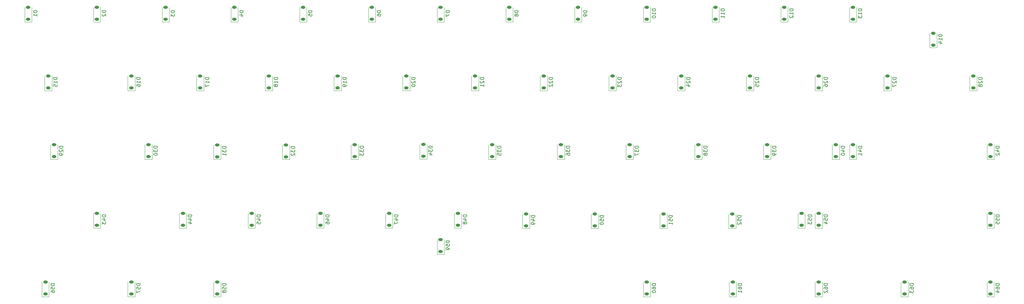
<source format=gbo>
G04 #@! TF.GenerationSoftware,KiCad,Pcbnew,8.0.0*
G04 #@! TF.CreationDate,2025-03-21T19:28:15+07:00*
G04 #@! TF.ProjectId,60Keyboard,36304b65-7962-46f6-9172-642e6b696361,rev?*
G04 #@! TF.SameCoordinates,Original*
G04 #@! TF.FileFunction,Legend,Bot*
G04 #@! TF.FilePolarity,Positive*
%FSLAX46Y46*%
G04 Gerber Fmt 4.6, Leading zero omitted, Abs format (unit mm)*
G04 Created by KiCad (PCBNEW 8.0.0) date 2025-03-21 19:28:15*
%MOMM*%
%LPD*%
G01*
G04 APERTURE LIST*
G04 Aperture macros list*
%AMRoundRect*
0 Rectangle with rounded corners*
0 $1 Rounding radius*
0 $2 $3 $4 $5 $6 $7 $8 $9 X,Y pos of 4 corners*
0 Add a 4 corners polygon primitive as box body*
4,1,4,$2,$3,$4,$5,$6,$7,$8,$9,$2,$3,0*
0 Add four circle primitives for the rounded corners*
1,1,$1+$1,$2,$3*
1,1,$1+$1,$4,$5*
1,1,$1+$1,$6,$7*
1,1,$1+$1,$8,$9*
0 Add four rect primitives between the rounded corners*
20,1,$1+$1,$2,$3,$4,$5,0*
20,1,$1+$1,$4,$5,$6,$7,0*
20,1,$1+$1,$6,$7,$8,$9,0*
20,1,$1+$1,$8,$9,$2,$3,0*%
G04 Aperture macros list end*
%ADD10C,0.150000*%
%ADD11C,0.120000*%
%ADD12C,1.750000*%
%ADD13C,4.000000*%
%ADD14C,2.500000*%
%ADD15C,3.987800*%
%ADD16C,1.879600*%
%ADD17RoundRect,0.225000X0.375000X-0.225000X0.375000X0.225000X-0.375000X0.225000X-0.375000X-0.225000X0*%
G04 APERTURE END LIST*
D10*
X135804819Y-8786905D02*
X134804819Y-8786905D01*
X134804819Y-8786905D02*
X134804819Y-9025000D01*
X134804819Y-9025000D02*
X134852438Y-9167857D01*
X134852438Y-9167857D02*
X134947676Y-9263095D01*
X134947676Y-9263095D02*
X135042914Y-9310714D01*
X135042914Y-9310714D02*
X135233390Y-9358333D01*
X135233390Y-9358333D02*
X135376247Y-9358333D01*
X135376247Y-9358333D02*
X135566723Y-9310714D01*
X135566723Y-9310714D02*
X135661961Y-9263095D01*
X135661961Y-9263095D02*
X135757200Y-9167857D01*
X135757200Y-9167857D02*
X135804819Y-9025000D01*
X135804819Y-9025000D02*
X135804819Y-8786905D01*
X134804819Y-9691667D02*
X134804819Y-10358333D01*
X134804819Y-10358333D02*
X135804819Y-9929762D01*
X197558569Y-65619464D02*
X196558569Y-65619464D01*
X196558569Y-65619464D02*
X196558569Y-65857559D01*
X196558569Y-65857559D02*
X196606188Y-66000416D01*
X196606188Y-66000416D02*
X196701426Y-66095654D01*
X196701426Y-66095654D02*
X196796664Y-66143273D01*
X196796664Y-66143273D02*
X196987140Y-66190892D01*
X196987140Y-66190892D02*
X197129997Y-66190892D01*
X197129997Y-66190892D02*
X197320473Y-66143273D01*
X197320473Y-66143273D02*
X197415711Y-66095654D01*
X197415711Y-66095654D02*
X197510950Y-66000416D01*
X197510950Y-66000416D02*
X197558569Y-65857559D01*
X197558569Y-65857559D02*
X197558569Y-65619464D01*
X196558569Y-67095654D02*
X196558569Y-66619464D01*
X196558569Y-66619464D02*
X197034759Y-66571845D01*
X197034759Y-66571845D02*
X196987140Y-66619464D01*
X196987140Y-66619464D02*
X196939521Y-66714702D01*
X196939521Y-66714702D02*
X196939521Y-66952797D01*
X196939521Y-66952797D02*
X196987140Y-67048035D01*
X196987140Y-67048035D02*
X197034759Y-67095654D01*
X197034759Y-67095654D02*
X197129997Y-67143273D01*
X197129997Y-67143273D02*
X197368092Y-67143273D01*
X197368092Y-67143273D02*
X197463330Y-67095654D01*
X197463330Y-67095654D02*
X197510950Y-67048035D01*
X197510950Y-67048035D02*
X197558569Y-66952797D01*
X197558569Y-66952797D02*
X197558569Y-66714702D01*
X197558569Y-66714702D02*
X197510950Y-66619464D01*
X197510950Y-66619464D02*
X197463330Y-66571845D01*
X197558569Y-68095654D02*
X197558569Y-67524226D01*
X197558569Y-67809940D02*
X196558569Y-67809940D01*
X196558569Y-67809940D02*
X196701426Y-67714702D01*
X196701426Y-67714702D02*
X196796664Y-67619464D01*
X196796664Y-67619464D02*
X196844283Y-67524226D01*
X40554819Y-8786905D02*
X39554819Y-8786905D01*
X39554819Y-8786905D02*
X39554819Y-9025000D01*
X39554819Y-9025000D02*
X39602438Y-9167857D01*
X39602438Y-9167857D02*
X39697676Y-9263095D01*
X39697676Y-9263095D02*
X39792914Y-9310714D01*
X39792914Y-9310714D02*
X39983390Y-9358333D01*
X39983390Y-9358333D02*
X40126247Y-9358333D01*
X40126247Y-9358333D02*
X40316723Y-9310714D01*
X40316723Y-9310714D02*
X40411961Y-9263095D01*
X40411961Y-9263095D02*
X40507200Y-9167857D01*
X40507200Y-9167857D02*
X40554819Y-9025000D01*
X40554819Y-9025000D02*
X40554819Y-8786905D01*
X39650057Y-9739286D02*
X39602438Y-9786905D01*
X39602438Y-9786905D02*
X39554819Y-9882143D01*
X39554819Y-9882143D02*
X39554819Y-10120238D01*
X39554819Y-10120238D02*
X39602438Y-10215476D01*
X39602438Y-10215476D02*
X39650057Y-10263095D01*
X39650057Y-10263095D02*
X39745295Y-10310714D01*
X39745295Y-10310714D02*
X39840533Y-10310714D01*
X39840533Y-10310714D02*
X39983390Y-10263095D01*
X39983390Y-10263095D02*
X40554819Y-9691667D01*
X40554819Y-9691667D02*
X40554819Y-10310714D01*
X40554819Y-65460714D02*
X39554819Y-65460714D01*
X39554819Y-65460714D02*
X39554819Y-65698809D01*
X39554819Y-65698809D02*
X39602438Y-65841666D01*
X39602438Y-65841666D02*
X39697676Y-65936904D01*
X39697676Y-65936904D02*
X39792914Y-65984523D01*
X39792914Y-65984523D02*
X39983390Y-66032142D01*
X39983390Y-66032142D02*
X40126247Y-66032142D01*
X40126247Y-66032142D02*
X40316723Y-65984523D01*
X40316723Y-65984523D02*
X40411961Y-65936904D01*
X40411961Y-65936904D02*
X40507200Y-65841666D01*
X40507200Y-65841666D02*
X40554819Y-65698809D01*
X40554819Y-65698809D02*
X40554819Y-65460714D01*
X39888152Y-66889285D02*
X40554819Y-66889285D01*
X39507200Y-66651190D02*
X40221485Y-66413095D01*
X40221485Y-66413095D02*
X40221485Y-67032142D01*
X39554819Y-67317857D02*
X39554819Y-67936904D01*
X39554819Y-67936904D02*
X39935771Y-67603571D01*
X39935771Y-67603571D02*
X39935771Y-67746428D01*
X39935771Y-67746428D02*
X39983390Y-67841666D01*
X39983390Y-67841666D02*
X40031009Y-67889285D01*
X40031009Y-67889285D02*
X40126247Y-67936904D01*
X40126247Y-67936904D02*
X40364342Y-67936904D01*
X40364342Y-67936904D02*
X40459580Y-67889285D01*
X40459580Y-67889285D02*
X40507200Y-67841666D01*
X40507200Y-67841666D02*
X40554819Y-67746428D01*
X40554819Y-67746428D02*
X40554819Y-67460714D01*
X40554819Y-67460714D02*
X40507200Y-67365476D01*
X40507200Y-67365476D02*
X40459580Y-67317857D01*
X27061069Y-27360714D02*
X26061069Y-27360714D01*
X26061069Y-27360714D02*
X26061069Y-27598809D01*
X26061069Y-27598809D02*
X26108688Y-27741666D01*
X26108688Y-27741666D02*
X26203926Y-27836904D01*
X26203926Y-27836904D02*
X26299164Y-27884523D01*
X26299164Y-27884523D02*
X26489640Y-27932142D01*
X26489640Y-27932142D02*
X26632497Y-27932142D01*
X26632497Y-27932142D02*
X26822973Y-27884523D01*
X26822973Y-27884523D02*
X26918211Y-27836904D01*
X26918211Y-27836904D02*
X27013450Y-27741666D01*
X27013450Y-27741666D02*
X27061069Y-27598809D01*
X27061069Y-27598809D02*
X27061069Y-27360714D01*
X27061069Y-28884523D02*
X27061069Y-28313095D01*
X27061069Y-28598809D02*
X26061069Y-28598809D01*
X26061069Y-28598809D02*
X26203926Y-28503571D01*
X26203926Y-28503571D02*
X26299164Y-28408333D01*
X26299164Y-28408333D02*
X26346783Y-28313095D01*
X26061069Y-29789285D02*
X26061069Y-29313095D01*
X26061069Y-29313095D02*
X26537259Y-29265476D01*
X26537259Y-29265476D02*
X26489640Y-29313095D01*
X26489640Y-29313095D02*
X26442021Y-29408333D01*
X26442021Y-29408333D02*
X26442021Y-29646428D01*
X26442021Y-29646428D02*
X26489640Y-29741666D01*
X26489640Y-29741666D02*
X26537259Y-29789285D01*
X26537259Y-29789285D02*
X26632497Y-29836904D01*
X26632497Y-29836904D02*
X26870592Y-29836904D01*
X26870592Y-29836904D02*
X26965830Y-29789285D01*
X26965830Y-29789285D02*
X27013450Y-29741666D01*
X27013450Y-29741666D02*
X27061069Y-29646428D01*
X27061069Y-29646428D02*
X27061069Y-29408333D01*
X27061069Y-29408333D02*
X27013450Y-29313095D01*
X27013450Y-29313095D02*
X26965830Y-29265476D01*
X50079819Y-27360714D02*
X49079819Y-27360714D01*
X49079819Y-27360714D02*
X49079819Y-27598809D01*
X49079819Y-27598809D02*
X49127438Y-27741666D01*
X49127438Y-27741666D02*
X49222676Y-27836904D01*
X49222676Y-27836904D02*
X49317914Y-27884523D01*
X49317914Y-27884523D02*
X49508390Y-27932142D01*
X49508390Y-27932142D02*
X49651247Y-27932142D01*
X49651247Y-27932142D02*
X49841723Y-27884523D01*
X49841723Y-27884523D02*
X49936961Y-27836904D01*
X49936961Y-27836904D02*
X50032200Y-27741666D01*
X50032200Y-27741666D02*
X50079819Y-27598809D01*
X50079819Y-27598809D02*
X50079819Y-27360714D01*
X50079819Y-28884523D02*
X50079819Y-28313095D01*
X50079819Y-28598809D02*
X49079819Y-28598809D01*
X49079819Y-28598809D02*
X49222676Y-28503571D01*
X49222676Y-28503571D02*
X49317914Y-28408333D01*
X49317914Y-28408333D02*
X49365533Y-28313095D01*
X49079819Y-29741666D02*
X49079819Y-29551190D01*
X49079819Y-29551190D02*
X49127438Y-29455952D01*
X49127438Y-29455952D02*
X49175057Y-29408333D01*
X49175057Y-29408333D02*
X49317914Y-29313095D01*
X49317914Y-29313095D02*
X49508390Y-29265476D01*
X49508390Y-29265476D02*
X49889342Y-29265476D01*
X49889342Y-29265476D02*
X49984580Y-29313095D01*
X49984580Y-29313095D02*
X50032200Y-29360714D01*
X50032200Y-29360714D02*
X50079819Y-29455952D01*
X50079819Y-29455952D02*
X50079819Y-29646428D01*
X50079819Y-29646428D02*
X50032200Y-29741666D01*
X50032200Y-29741666D02*
X49984580Y-29789285D01*
X49984580Y-29789285D02*
X49889342Y-29836904D01*
X49889342Y-29836904D02*
X49651247Y-29836904D01*
X49651247Y-29836904D02*
X49556009Y-29789285D01*
X49556009Y-29789285D02*
X49508390Y-29741666D01*
X49508390Y-29741666D02*
X49460771Y-29646428D01*
X49460771Y-29646428D02*
X49460771Y-29455952D01*
X49460771Y-29455952D02*
X49508390Y-29360714D01*
X49508390Y-29360714D02*
X49556009Y-29313095D01*
X49556009Y-29313095D02*
X49651247Y-29265476D01*
X288204819Y-65460714D02*
X287204819Y-65460714D01*
X287204819Y-65460714D02*
X287204819Y-65698809D01*
X287204819Y-65698809D02*
X287252438Y-65841666D01*
X287252438Y-65841666D02*
X287347676Y-65936904D01*
X287347676Y-65936904D02*
X287442914Y-65984523D01*
X287442914Y-65984523D02*
X287633390Y-66032142D01*
X287633390Y-66032142D02*
X287776247Y-66032142D01*
X287776247Y-66032142D02*
X287966723Y-65984523D01*
X287966723Y-65984523D02*
X288061961Y-65936904D01*
X288061961Y-65936904D02*
X288157200Y-65841666D01*
X288157200Y-65841666D02*
X288204819Y-65698809D01*
X288204819Y-65698809D02*
X288204819Y-65460714D01*
X287204819Y-66936904D02*
X287204819Y-66460714D01*
X287204819Y-66460714D02*
X287681009Y-66413095D01*
X287681009Y-66413095D02*
X287633390Y-66460714D01*
X287633390Y-66460714D02*
X287585771Y-66555952D01*
X287585771Y-66555952D02*
X287585771Y-66794047D01*
X287585771Y-66794047D02*
X287633390Y-66889285D01*
X287633390Y-66889285D02*
X287681009Y-66936904D01*
X287681009Y-66936904D02*
X287776247Y-66984523D01*
X287776247Y-66984523D02*
X288014342Y-66984523D01*
X288014342Y-66984523D02*
X288109580Y-66936904D01*
X288109580Y-66936904D02*
X288157200Y-66889285D01*
X288157200Y-66889285D02*
X288204819Y-66794047D01*
X288204819Y-66794047D02*
X288204819Y-66555952D01*
X288204819Y-66555952D02*
X288157200Y-66460714D01*
X288157200Y-66460714D02*
X288109580Y-66413095D01*
X287204819Y-67889285D02*
X287204819Y-67413095D01*
X287204819Y-67413095D02*
X287681009Y-67365476D01*
X287681009Y-67365476D02*
X287633390Y-67413095D01*
X287633390Y-67413095D02*
X287585771Y-67508333D01*
X287585771Y-67508333D02*
X287585771Y-67746428D01*
X287585771Y-67746428D02*
X287633390Y-67841666D01*
X287633390Y-67841666D02*
X287681009Y-67889285D01*
X287681009Y-67889285D02*
X287776247Y-67936904D01*
X287776247Y-67936904D02*
X288014342Y-67936904D01*
X288014342Y-67936904D02*
X288109580Y-67889285D01*
X288109580Y-67889285D02*
X288157200Y-67841666D01*
X288157200Y-67841666D02*
X288204819Y-67746428D01*
X288204819Y-67746428D02*
X288204819Y-67508333D01*
X288204819Y-67508333D02*
X288157200Y-67413095D01*
X288157200Y-67413095D02*
X288109580Y-67365476D01*
X188192319Y-46410714D02*
X187192319Y-46410714D01*
X187192319Y-46410714D02*
X187192319Y-46648809D01*
X187192319Y-46648809D02*
X187239938Y-46791666D01*
X187239938Y-46791666D02*
X187335176Y-46886904D01*
X187335176Y-46886904D02*
X187430414Y-46934523D01*
X187430414Y-46934523D02*
X187620890Y-46982142D01*
X187620890Y-46982142D02*
X187763747Y-46982142D01*
X187763747Y-46982142D02*
X187954223Y-46934523D01*
X187954223Y-46934523D02*
X188049461Y-46886904D01*
X188049461Y-46886904D02*
X188144700Y-46791666D01*
X188144700Y-46791666D02*
X188192319Y-46648809D01*
X188192319Y-46648809D02*
X188192319Y-46410714D01*
X187192319Y-47315476D02*
X187192319Y-47934523D01*
X187192319Y-47934523D02*
X187573271Y-47601190D01*
X187573271Y-47601190D02*
X187573271Y-47744047D01*
X187573271Y-47744047D02*
X187620890Y-47839285D01*
X187620890Y-47839285D02*
X187668509Y-47886904D01*
X187668509Y-47886904D02*
X187763747Y-47934523D01*
X187763747Y-47934523D02*
X188001842Y-47934523D01*
X188001842Y-47934523D02*
X188097080Y-47886904D01*
X188097080Y-47886904D02*
X188144700Y-47839285D01*
X188144700Y-47839285D02*
X188192319Y-47744047D01*
X188192319Y-47744047D02*
X188192319Y-47458333D01*
X188192319Y-47458333D02*
X188144700Y-47363095D01*
X188144700Y-47363095D02*
X188097080Y-47315476D01*
X187192319Y-48267857D02*
X187192319Y-48934523D01*
X187192319Y-48934523D02*
X188192319Y-48505952D01*
X121517319Y-65460714D02*
X120517319Y-65460714D01*
X120517319Y-65460714D02*
X120517319Y-65698809D01*
X120517319Y-65698809D02*
X120564938Y-65841666D01*
X120564938Y-65841666D02*
X120660176Y-65936904D01*
X120660176Y-65936904D02*
X120755414Y-65984523D01*
X120755414Y-65984523D02*
X120945890Y-66032142D01*
X120945890Y-66032142D02*
X121088747Y-66032142D01*
X121088747Y-66032142D02*
X121279223Y-65984523D01*
X121279223Y-65984523D02*
X121374461Y-65936904D01*
X121374461Y-65936904D02*
X121469700Y-65841666D01*
X121469700Y-65841666D02*
X121517319Y-65698809D01*
X121517319Y-65698809D02*
X121517319Y-65460714D01*
X120850652Y-66889285D02*
X121517319Y-66889285D01*
X120469700Y-66651190D02*
X121183985Y-66413095D01*
X121183985Y-66413095D02*
X121183985Y-67032142D01*
X120517319Y-67317857D02*
X120517319Y-67984523D01*
X120517319Y-67984523D02*
X121517319Y-67555952D01*
X226292319Y-46410714D02*
X225292319Y-46410714D01*
X225292319Y-46410714D02*
X225292319Y-46648809D01*
X225292319Y-46648809D02*
X225339938Y-46791666D01*
X225339938Y-46791666D02*
X225435176Y-46886904D01*
X225435176Y-46886904D02*
X225530414Y-46934523D01*
X225530414Y-46934523D02*
X225720890Y-46982142D01*
X225720890Y-46982142D02*
X225863747Y-46982142D01*
X225863747Y-46982142D02*
X226054223Y-46934523D01*
X226054223Y-46934523D02*
X226149461Y-46886904D01*
X226149461Y-46886904D02*
X226244700Y-46791666D01*
X226244700Y-46791666D02*
X226292319Y-46648809D01*
X226292319Y-46648809D02*
X226292319Y-46410714D01*
X225292319Y-47315476D02*
X225292319Y-47934523D01*
X225292319Y-47934523D02*
X225673271Y-47601190D01*
X225673271Y-47601190D02*
X225673271Y-47744047D01*
X225673271Y-47744047D02*
X225720890Y-47839285D01*
X225720890Y-47839285D02*
X225768509Y-47886904D01*
X225768509Y-47886904D02*
X225863747Y-47934523D01*
X225863747Y-47934523D02*
X226101842Y-47934523D01*
X226101842Y-47934523D02*
X226197080Y-47886904D01*
X226197080Y-47886904D02*
X226244700Y-47839285D01*
X226244700Y-47839285D02*
X226292319Y-47744047D01*
X226292319Y-47744047D02*
X226292319Y-47458333D01*
X226292319Y-47458333D02*
X226244700Y-47363095D01*
X226244700Y-47363095D02*
X226197080Y-47315476D01*
X226292319Y-48410714D02*
X226292319Y-48601190D01*
X226292319Y-48601190D02*
X226244700Y-48696428D01*
X226244700Y-48696428D02*
X226197080Y-48744047D01*
X226197080Y-48744047D02*
X226054223Y-48839285D01*
X226054223Y-48839285D02*
X225863747Y-48886904D01*
X225863747Y-48886904D02*
X225482795Y-48886904D01*
X225482795Y-48886904D02*
X225387557Y-48839285D01*
X225387557Y-48839285D02*
X225339938Y-48791666D01*
X225339938Y-48791666D02*
X225292319Y-48696428D01*
X225292319Y-48696428D02*
X225292319Y-48505952D01*
X225292319Y-48505952D02*
X225339938Y-48410714D01*
X225339938Y-48410714D02*
X225387557Y-48363095D01*
X225387557Y-48363095D02*
X225482795Y-48315476D01*
X225482795Y-48315476D02*
X225720890Y-48315476D01*
X225720890Y-48315476D02*
X225816128Y-48363095D01*
X225816128Y-48363095D02*
X225863747Y-48410714D01*
X225863747Y-48410714D02*
X225911366Y-48505952D01*
X225911366Y-48505952D02*
X225911366Y-48696428D01*
X225911366Y-48696428D02*
X225863747Y-48791666D01*
X225863747Y-48791666D02*
X225816128Y-48839285D01*
X225816128Y-48839285D02*
X225720890Y-48886904D01*
X240579819Y-27360714D02*
X239579819Y-27360714D01*
X239579819Y-27360714D02*
X239579819Y-27598809D01*
X239579819Y-27598809D02*
X239627438Y-27741666D01*
X239627438Y-27741666D02*
X239722676Y-27836904D01*
X239722676Y-27836904D02*
X239817914Y-27884523D01*
X239817914Y-27884523D02*
X240008390Y-27932142D01*
X240008390Y-27932142D02*
X240151247Y-27932142D01*
X240151247Y-27932142D02*
X240341723Y-27884523D01*
X240341723Y-27884523D02*
X240436961Y-27836904D01*
X240436961Y-27836904D02*
X240532200Y-27741666D01*
X240532200Y-27741666D02*
X240579819Y-27598809D01*
X240579819Y-27598809D02*
X240579819Y-27360714D01*
X239675057Y-28313095D02*
X239627438Y-28360714D01*
X239627438Y-28360714D02*
X239579819Y-28455952D01*
X239579819Y-28455952D02*
X239579819Y-28694047D01*
X239579819Y-28694047D02*
X239627438Y-28789285D01*
X239627438Y-28789285D02*
X239675057Y-28836904D01*
X239675057Y-28836904D02*
X239770295Y-28884523D01*
X239770295Y-28884523D02*
X239865533Y-28884523D01*
X239865533Y-28884523D02*
X240008390Y-28836904D01*
X240008390Y-28836904D02*
X240579819Y-28265476D01*
X240579819Y-28265476D02*
X240579819Y-28884523D01*
X239579819Y-29741666D02*
X239579819Y-29551190D01*
X239579819Y-29551190D02*
X239627438Y-29455952D01*
X239627438Y-29455952D02*
X239675057Y-29408333D01*
X239675057Y-29408333D02*
X239817914Y-29313095D01*
X239817914Y-29313095D02*
X240008390Y-29265476D01*
X240008390Y-29265476D02*
X240389342Y-29265476D01*
X240389342Y-29265476D02*
X240484580Y-29313095D01*
X240484580Y-29313095D02*
X240532200Y-29360714D01*
X240532200Y-29360714D02*
X240579819Y-29455952D01*
X240579819Y-29455952D02*
X240579819Y-29646428D01*
X240579819Y-29646428D02*
X240532200Y-29741666D01*
X240532200Y-29741666D02*
X240484580Y-29789285D01*
X240484580Y-29789285D02*
X240389342Y-29836904D01*
X240389342Y-29836904D02*
X240151247Y-29836904D01*
X240151247Y-29836904D02*
X240056009Y-29789285D01*
X240056009Y-29789285D02*
X240008390Y-29741666D01*
X240008390Y-29741666D02*
X239960771Y-29646428D01*
X239960771Y-29646428D02*
X239960771Y-29455952D01*
X239960771Y-29455952D02*
X240008390Y-29360714D01*
X240008390Y-29360714D02*
X240056009Y-29313095D01*
X240056009Y-29313095D02*
X240151247Y-29265476D01*
X83417319Y-65460714D02*
X82417319Y-65460714D01*
X82417319Y-65460714D02*
X82417319Y-65698809D01*
X82417319Y-65698809D02*
X82464938Y-65841666D01*
X82464938Y-65841666D02*
X82560176Y-65936904D01*
X82560176Y-65936904D02*
X82655414Y-65984523D01*
X82655414Y-65984523D02*
X82845890Y-66032142D01*
X82845890Y-66032142D02*
X82988747Y-66032142D01*
X82988747Y-66032142D02*
X83179223Y-65984523D01*
X83179223Y-65984523D02*
X83274461Y-65936904D01*
X83274461Y-65936904D02*
X83369700Y-65841666D01*
X83369700Y-65841666D02*
X83417319Y-65698809D01*
X83417319Y-65698809D02*
X83417319Y-65460714D01*
X82750652Y-66889285D02*
X83417319Y-66889285D01*
X82369700Y-66651190D02*
X83083985Y-66413095D01*
X83083985Y-66413095D02*
X83083985Y-67032142D01*
X82417319Y-67889285D02*
X82417319Y-67413095D01*
X82417319Y-67413095D02*
X82893509Y-67365476D01*
X82893509Y-67365476D02*
X82845890Y-67413095D01*
X82845890Y-67413095D02*
X82798271Y-67508333D01*
X82798271Y-67508333D02*
X82798271Y-67746428D01*
X82798271Y-67746428D02*
X82845890Y-67841666D01*
X82845890Y-67841666D02*
X82893509Y-67889285D01*
X82893509Y-67889285D02*
X82988747Y-67936904D01*
X82988747Y-67936904D02*
X83226842Y-67936904D01*
X83226842Y-67936904D02*
X83322080Y-67889285D01*
X83322080Y-67889285D02*
X83369700Y-67841666D01*
X83369700Y-67841666D02*
X83417319Y-67746428D01*
X83417319Y-67746428D02*
X83417319Y-67508333D01*
X83417319Y-67508333D02*
X83369700Y-67413095D01*
X83369700Y-67413095D02*
X83322080Y-67365476D01*
X250104819Y-8310714D02*
X249104819Y-8310714D01*
X249104819Y-8310714D02*
X249104819Y-8548809D01*
X249104819Y-8548809D02*
X249152438Y-8691666D01*
X249152438Y-8691666D02*
X249247676Y-8786904D01*
X249247676Y-8786904D02*
X249342914Y-8834523D01*
X249342914Y-8834523D02*
X249533390Y-8882142D01*
X249533390Y-8882142D02*
X249676247Y-8882142D01*
X249676247Y-8882142D02*
X249866723Y-8834523D01*
X249866723Y-8834523D02*
X249961961Y-8786904D01*
X249961961Y-8786904D02*
X250057200Y-8691666D01*
X250057200Y-8691666D02*
X250104819Y-8548809D01*
X250104819Y-8548809D02*
X250104819Y-8310714D01*
X250104819Y-9834523D02*
X250104819Y-9263095D01*
X250104819Y-9548809D02*
X249104819Y-9548809D01*
X249104819Y-9548809D02*
X249247676Y-9453571D01*
X249247676Y-9453571D02*
X249342914Y-9358333D01*
X249342914Y-9358333D02*
X249390533Y-9263095D01*
X249104819Y-10167857D02*
X249104819Y-10786904D01*
X249104819Y-10786904D02*
X249485771Y-10453571D01*
X249485771Y-10453571D02*
X249485771Y-10596428D01*
X249485771Y-10596428D02*
X249533390Y-10691666D01*
X249533390Y-10691666D02*
X249581009Y-10739285D01*
X249581009Y-10739285D02*
X249676247Y-10786904D01*
X249676247Y-10786904D02*
X249914342Y-10786904D01*
X249914342Y-10786904D02*
X250009580Y-10739285D01*
X250009580Y-10739285D02*
X250057200Y-10691666D01*
X250057200Y-10691666D02*
X250104819Y-10596428D01*
X250104819Y-10596428D02*
X250104819Y-10310714D01*
X250104819Y-10310714D02*
X250057200Y-10215476D01*
X250057200Y-10215476D02*
X250009580Y-10167857D01*
X272329819Y-15454464D02*
X271329819Y-15454464D01*
X271329819Y-15454464D02*
X271329819Y-15692559D01*
X271329819Y-15692559D02*
X271377438Y-15835416D01*
X271377438Y-15835416D02*
X271472676Y-15930654D01*
X271472676Y-15930654D02*
X271567914Y-15978273D01*
X271567914Y-15978273D02*
X271758390Y-16025892D01*
X271758390Y-16025892D02*
X271901247Y-16025892D01*
X271901247Y-16025892D02*
X272091723Y-15978273D01*
X272091723Y-15978273D02*
X272186961Y-15930654D01*
X272186961Y-15930654D02*
X272282200Y-15835416D01*
X272282200Y-15835416D02*
X272329819Y-15692559D01*
X272329819Y-15692559D02*
X272329819Y-15454464D01*
X272329819Y-16978273D02*
X272329819Y-16406845D01*
X272329819Y-16692559D02*
X271329819Y-16692559D01*
X271329819Y-16692559D02*
X271472676Y-16597321D01*
X271472676Y-16597321D02*
X271567914Y-16502083D01*
X271567914Y-16502083D02*
X271615533Y-16406845D01*
X271663152Y-17835416D02*
X272329819Y-17835416D01*
X271282200Y-17597321D02*
X271996485Y-17359226D01*
X271996485Y-17359226D02*
X271996485Y-17978273D01*
X216767319Y-84510714D02*
X215767319Y-84510714D01*
X215767319Y-84510714D02*
X215767319Y-84748809D01*
X215767319Y-84748809D02*
X215814938Y-84891666D01*
X215814938Y-84891666D02*
X215910176Y-84986904D01*
X215910176Y-84986904D02*
X216005414Y-85034523D01*
X216005414Y-85034523D02*
X216195890Y-85082142D01*
X216195890Y-85082142D02*
X216338747Y-85082142D01*
X216338747Y-85082142D02*
X216529223Y-85034523D01*
X216529223Y-85034523D02*
X216624461Y-84986904D01*
X216624461Y-84986904D02*
X216719700Y-84891666D01*
X216719700Y-84891666D02*
X216767319Y-84748809D01*
X216767319Y-84748809D02*
X216767319Y-84510714D01*
X215767319Y-85939285D02*
X215767319Y-85748809D01*
X215767319Y-85748809D02*
X215814938Y-85653571D01*
X215814938Y-85653571D02*
X215862557Y-85605952D01*
X215862557Y-85605952D02*
X216005414Y-85510714D01*
X216005414Y-85510714D02*
X216195890Y-85463095D01*
X216195890Y-85463095D02*
X216576842Y-85463095D01*
X216576842Y-85463095D02*
X216672080Y-85510714D01*
X216672080Y-85510714D02*
X216719700Y-85558333D01*
X216719700Y-85558333D02*
X216767319Y-85653571D01*
X216767319Y-85653571D02*
X216767319Y-85844047D01*
X216767319Y-85844047D02*
X216719700Y-85939285D01*
X216719700Y-85939285D02*
X216672080Y-85986904D01*
X216672080Y-85986904D02*
X216576842Y-86034523D01*
X216576842Y-86034523D02*
X216338747Y-86034523D01*
X216338747Y-86034523D02*
X216243509Y-85986904D01*
X216243509Y-85986904D02*
X216195890Y-85939285D01*
X216195890Y-85939285D02*
X216148271Y-85844047D01*
X216148271Y-85844047D02*
X216148271Y-85653571D01*
X216148271Y-85653571D02*
X216195890Y-85558333D01*
X216195890Y-85558333D02*
X216243509Y-85510714D01*
X216243509Y-85510714D02*
X216338747Y-85463095D01*
X216767319Y-86986904D02*
X216767319Y-86415476D01*
X216767319Y-86701190D02*
X215767319Y-86701190D01*
X215767319Y-86701190D02*
X215910176Y-86605952D01*
X215910176Y-86605952D02*
X216005414Y-86510714D01*
X216005414Y-86510714D02*
X216053033Y-86415476D01*
X288204819Y-46410714D02*
X287204819Y-46410714D01*
X287204819Y-46410714D02*
X287204819Y-46648809D01*
X287204819Y-46648809D02*
X287252438Y-46791666D01*
X287252438Y-46791666D02*
X287347676Y-46886904D01*
X287347676Y-46886904D02*
X287442914Y-46934523D01*
X287442914Y-46934523D02*
X287633390Y-46982142D01*
X287633390Y-46982142D02*
X287776247Y-46982142D01*
X287776247Y-46982142D02*
X287966723Y-46934523D01*
X287966723Y-46934523D02*
X288061961Y-46886904D01*
X288061961Y-46886904D02*
X288157200Y-46791666D01*
X288157200Y-46791666D02*
X288204819Y-46648809D01*
X288204819Y-46648809D02*
X288204819Y-46410714D01*
X287538152Y-47839285D02*
X288204819Y-47839285D01*
X287157200Y-47601190D02*
X287871485Y-47363095D01*
X287871485Y-47363095D02*
X287871485Y-47982142D01*
X287300057Y-48315476D02*
X287252438Y-48363095D01*
X287252438Y-48363095D02*
X287204819Y-48458333D01*
X287204819Y-48458333D02*
X287204819Y-48696428D01*
X287204819Y-48696428D02*
X287252438Y-48791666D01*
X287252438Y-48791666D02*
X287300057Y-48839285D01*
X287300057Y-48839285D02*
X287395295Y-48886904D01*
X287395295Y-48886904D02*
X287490533Y-48886904D01*
X287490533Y-48886904D02*
X287633390Y-48839285D01*
X287633390Y-48839285D02*
X288204819Y-48267857D01*
X288204819Y-48267857D02*
X288204819Y-48886904D01*
X69129819Y-27360714D02*
X68129819Y-27360714D01*
X68129819Y-27360714D02*
X68129819Y-27598809D01*
X68129819Y-27598809D02*
X68177438Y-27741666D01*
X68177438Y-27741666D02*
X68272676Y-27836904D01*
X68272676Y-27836904D02*
X68367914Y-27884523D01*
X68367914Y-27884523D02*
X68558390Y-27932142D01*
X68558390Y-27932142D02*
X68701247Y-27932142D01*
X68701247Y-27932142D02*
X68891723Y-27884523D01*
X68891723Y-27884523D02*
X68986961Y-27836904D01*
X68986961Y-27836904D02*
X69082200Y-27741666D01*
X69082200Y-27741666D02*
X69129819Y-27598809D01*
X69129819Y-27598809D02*
X69129819Y-27360714D01*
X69129819Y-28884523D02*
X69129819Y-28313095D01*
X69129819Y-28598809D02*
X68129819Y-28598809D01*
X68129819Y-28598809D02*
X68272676Y-28503571D01*
X68272676Y-28503571D02*
X68367914Y-28408333D01*
X68367914Y-28408333D02*
X68415533Y-28313095D01*
X68129819Y-29217857D02*
X68129819Y-29884523D01*
X68129819Y-29884523D02*
X69129819Y-29455952D01*
X212004819Y-8310714D02*
X211004819Y-8310714D01*
X211004819Y-8310714D02*
X211004819Y-8548809D01*
X211004819Y-8548809D02*
X211052438Y-8691666D01*
X211052438Y-8691666D02*
X211147676Y-8786904D01*
X211147676Y-8786904D02*
X211242914Y-8834523D01*
X211242914Y-8834523D02*
X211433390Y-8882142D01*
X211433390Y-8882142D02*
X211576247Y-8882142D01*
X211576247Y-8882142D02*
X211766723Y-8834523D01*
X211766723Y-8834523D02*
X211861961Y-8786904D01*
X211861961Y-8786904D02*
X211957200Y-8691666D01*
X211957200Y-8691666D02*
X212004819Y-8548809D01*
X212004819Y-8548809D02*
X212004819Y-8310714D01*
X212004819Y-9834523D02*
X212004819Y-9263095D01*
X212004819Y-9548809D02*
X211004819Y-9548809D01*
X211004819Y-9548809D02*
X211147676Y-9453571D01*
X211147676Y-9453571D02*
X211242914Y-9358333D01*
X211242914Y-9358333D02*
X211290533Y-9263095D01*
X212004819Y-10786904D02*
X212004819Y-10215476D01*
X212004819Y-10501190D02*
X211004819Y-10501190D01*
X211004819Y-10501190D02*
X211147676Y-10405952D01*
X211147676Y-10405952D02*
X211242914Y-10310714D01*
X211242914Y-10310714D02*
X211290533Y-10215476D01*
X150092319Y-46410714D02*
X149092319Y-46410714D01*
X149092319Y-46410714D02*
X149092319Y-46648809D01*
X149092319Y-46648809D02*
X149139938Y-46791666D01*
X149139938Y-46791666D02*
X149235176Y-46886904D01*
X149235176Y-46886904D02*
X149330414Y-46934523D01*
X149330414Y-46934523D02*
X149520890Y-46982142D01*
X149520890Y-46982142D02*
X149663747Y-46982142D01*
X149663747Y-46982142D02*
X149854223Y-46934523D01*
X149854223Y-46934523D02*
X149949461Y-46886904D01*
X149949461Y-46886904D02*
X150044700Y-46791666D01*
X150044700Y-46791666D02*
X150092319Y-46648809D01*
X150092319Y-46648809D02*
X150092319Y-46410714D01*
X149092319Y-47315476D02*
X149092319Y-47934523D01*
X149092319Y-47934523D02*
X149473271Y-47601190D01*
X149473271Y-47601190D02*
X149473271Y-47744047D01*
X149473271Y-47744047D02*
X149520890Y-47839285D01*
X149520890Y-47839285D02*
X149568509Y-47886904D01*
X149568509Y-47886904D02*
X149663747Y-47934523D01*
X149663747Y-47934523D02*
X149901842Y-47934523D01*
X149901842Y-47934523D02*
X149997080Y-47886904D01*
X149997080Y-47886904D02*
X150044700Y-47839285D01*
X150044700Y-47839285D02*
X150092319Y-47744047D01*
X150092319Y-47744047D02*
X150092319Y-47458333D01*
X150092319Y-47458333D02*
X150044700Y-47363095D01*
X150044700Y-47363095D02*
X149997080Y-47315476D01*
X149092319Y-48839285D02*
X149092319Y-48363095D01*
X149092319Y-48363095D02*
X149568509Y-48315476D01*
X149568509Y-48315476D02*
X149520890Y-48363095D01*
X149520890Y-48363095D02*
X149473271Y-48458333D01*
X149473271Y-48458333D02*
X149473271Y-48696428D01*
X149473271Y-48696428D02*
X149520890Y-48791666D01*
X149520890Y-48791666D02*
X149568509Y-48839285D01*
X149568509Y-48839285D02*
X149663747Y-48886904D01*
X149663747Y-48886904D02*
X149901842Y-48886904D01*
X149901842Y-48886904D02*
X149997080Y-48839285D01*
X149997080Y-48839285D02*
X150044700Y-48791666D01*
X150044700Y-48791666D02*
X150092319Y-48696428D01*
X150092319Y-48696428D02*
X150092319Y-48458333D01*
X150092319Y-48458333D02*
X150044700Y-48363095D01*
X150044700Y-48363095D02*
X149997080Y-48315476D01*
X192954819Y-84510714D02*
X191954819Y-84510714D01*
X191954819Y-84510714D02*
X191954819Y-84748809D01*
X191954819Y-84748809D02*
X192002438Y-84891666D01*
X192002438Y-84891666D02*
X192097676Y-84986904D01*
X192097676Y-84986904D02*
X192192914Y-85034523D01*
X192192914Y-85034523D02*
X192383390Y-85082142D01*
X192383390Y-85082142D02*
X192526247Y-85082142D01*
X192526247Y-85082142D02*
X192716723Y-85034523D01*
X192716723Y-85034523D02*
X192811961Y-84986904D01*
X192811961Y-84986904D02*
X192907200Y-84891666D01*
X192907200Y-84891666D02*
X192954819Y-84748809D01*
X192954819Y-84748809D02*
X192954819Y-84510714D01*
X191954819Y-85939285D02*
X191954819Y-85748809D01*
X191954819Y-85748809D02*
X192002438Y-85653571D01*
X192002438Y-85653571D02*
X192050057Y-85605952D01*
X192050057Y-85605952D02*
X192192914Y-85510714D01*
X192192914Y-85510714D02*
X192383390Y-85463095D01*
X192383390Y-85463095D02*
X192764342Y-85463095D01*
X192764342Y-85463095D02*
X192859580Y-85510714D01*
X192859580Y-85510714D02*
X192907200Y-85558333D01*
X192907200Y-85558333D02*
X192954819Y-85653571D01*
X192954819Y-85653571D02*
X192954819Y-85844047D01*
X192954819Y-85844047D02*
X192907200Y-85939285D01*
X192907200Y-85939285D02*
X192859580Y-85986904D01*
X192859580Y-85986904D02*
X192764342Y-86034523D01*
X192764342Y-86034523D02*
X192526247Y-86034523D01*
X192526247Y-86034523D02*
X192431009Y-85986904D01*
X192431009Y-85986904D02*
X192383390Y-85939285D01*
X192383390Y-85939285D02*
X192335771Y-85844047D01*
X192335771Y-85844047D02*
X192335771Y-85653571D01*
X192335771Y-85653571D02*
X192383390Y-85558333D01*
X192383390Y-85558333D02*
X192431009Y-85510714D01*
X192431009Y-85510714D02*
X192526247Y-85463095D01*
X191954819Y-86653571D02*
X191954819Y-86748809D01*
X191954819Y-86748809D02*
X192002438Y-86844047D01*
X192002438Y-86844047D02*
X192050057Y-86891666D01*
X192050057Y-86891666D02*
X192145295Y-86939285D01*
X192145295Y-86939285D02*
X192335771Y-86986904D01*
X192335771Y-86986904D02*
X192573866Y-86986904D01*
X192573866Y-86986904D02*
X192764342Y-86939285D01*
X192764342Y-86939285D02*
X192859580Y-86891666D01*
X192859580Y-86891666D02*
X192907200Y-86844047D01*
X192907200Y-86844047D02*
X192954819Y-86748809D01*
X192954819Y-86748809D02*
X192954819Y-86653571D01*
X192954819Y-86653571D02*
X192907200Y-86558333D01*
X192907200Y-86558333D02*
X192859580Y-86510714D01*
X192859580Y-86510714D02*
X192764342Y-86463095D01*
X192764342Y-86463095D02*
X192573866Y-86415476D01*
X192573866Y-86415476D02*
X192335771Y-86415476D01*
X192335771Y-86415476D02*
X192145295Y-86463095D01*
X192145295Y-86463095D02*
X192050057Y-86510714D01*
X192050057Y-86510714D02*
X192002438Y-86558333D01*
X192002438Y-86558333D02*
X191954819Y-86653571D01*
X140567319Y-65460714D02*
X139567319Y-65460714D01*
X139567319Y-65460714D02*
X139567319Y-65698809D01*
X139567319Y-65698809D02*
X139614938Y-65841666D01*
X139614938Y-65841666D02*
X139710176Y-65936904D01*
X139710176Y-65936904D02*
X139805414Y-65984523D01*
X139805414Y-65984523D02*
X139995890Y-66032142D01*
X139995890Y-66032142D02*
X140138747Y-66032142D01*
X140138747Y-66032142D02*
X140329223Y-65984523D01*
X140329223Y-65984523D02*
X140424461Y-65936904D01*
X140424461Y-65936904D02*
X140519700Y-65841666D01*
X140519700Y-65841666D02*
X140567319Y-65698809D01*
X140567319Y-65698809D02*
X140567319Y-65460714D01*
X139900652Y-66889285D02*
X140567319Y-66889285D01*
X139519700Y-66651190D02*
X140233985Y-66413095D01*
X140233985Y-66413095D02*
X140233985Y-67032142D01*
X139995890Y-67555952D02*
X139948271Y-67460714D01*
X139948271Y-67460714D02*
X139900652Y-67413095D01*
X139900652Y-67413095D02*
X139805414Y-67365476D01*
X139805414Y-67365476D02*
X139757795Y-67365476D01*
X139757795Y-67365476D02*
X139662557Y-67413095D01*
X139662557Y-67413095D02*
X139614938Y-67460714D01*
X139614938Y-67460714D02*
X139567319Y-67555952D01*
X139567319Y-67555952D02*
X139567319Y-67746428D01*
X139567319Y-67746428D02*
X139614938Y-67841666D01*
X139614938Y-67841666D02*
X139662557Y-67889285D01*
X139662557Y-67889285D02*
X139757795Y-67936904D01*
X139757795Y-67936904D02*
X139805414Y-67936904D01*
X139805414Y-67936904D02*
X139900652Y-67889285D01*
X139900652Y-67889285D02*
X139948271Y-67841666D01*
X139948271Y-67841666D02*
X139995890Y-67746428D01*
X139995890Y-67746428D02*
X139995890Y-67555952D01*
X139995890Y-67555952D02*
X140043509Y-67460714D01*
X140043509Y-67460714D02*
X140091128Y-67413095D01*
X140091128Y-67413095D02*
X140186366Y-67365476D01*
X140186366Y-67365476D02*
X140376842Y-67365476D01*
X140376842Y-67365476D02*
X140472080Y-67413095D01*
X140472080Y-67413095D02*
X140519700Y-67460714D01*
X140519700Y-67460714D02*
X140567319Y-67555952D01*
X140567319Y-67555952D02*
X140567319Y-67746428D01*
X140567319Y-67746428D02*
X140519700Y-67841666D01*
X140519700Y-67841666D02*
X140472080Y-67889285D01*
X140472080Y-67889285D02*
X140376842Y-67936904D01*
X140376842Y-67936904D02*
X140186366Y-67936904D01*
X140186366Y-67936904D02*
X140091128Y-67889285D01*
X140091128Y-67889285D02*
X140043509Y-67841666D01*
X140043509Y-67841666D02*
X139995890Y-67746428D01*
X178508569Y-65619464D02*
X177508569Y-65619464D01*
X177508569Y-65619464D02*
X177508569Y-65857559D01*
X177508569Y-65857559D02*
X177556188Y-66000416D01*
X177556188Y-66000416D02*
X177651426Y-66095654D01*
X177651426Y-66095654D02*
X177746664Y-66143273D01*
X177746664Y-66143273D02*
X177937140Y-66190892D01*
X177937140Y-66190892D02*
X178079997Y-66190892D01*
X178079997Y-66190892D02*
X178270473Y-66143273D01*
X178270473Y-66143273D02*
X178365711Y-66095654D01*
X178365711Y-66095654D02*
X178460950Y-66000416D01*
X178460950Y-66000416D02*
X178508569Y-65857559D01*
X178508569Y-65857559D02*
X178508569Y-65619464D01*
X177508569Y-67095654D02*
X177508569Y-66619464D01*
X177508569Y-66619464D02*
X177984759Y-66571845D01*
X177984759Y-66571845D02*
X177937140Y-66619464D01*
X177937140Y-66619464D02*
X177889521Y-66714702D01*
X177889521Y-66714702D02*
X177889521Y-66952797D01*
X177889521Y-66952797D02*
X177937140Y-67048035D01*
X177937140Y-67048035D02*
X177984759Y-67095654D01*
X177984759Y-67095654D02*
X178079997Y-67143273D01*
X178079997Y-67143273D02*
X178318092Y-67143273D01*
X178318092Y-67143273D02*
X178413330Y-67095654D01*
X178413330Y-67095654D02*
X178460950Y-67048035D01*
X178460950Y-67048035D02*
X178508569Y-66952797D01*
X178508569Y-66952797D02*
X178508569Y-66714702D01*
X178508569Y-66714702D02*
X178460950Y-66619464D01*
X178460950Y-66619464D02*
X178413330Y-66571845D01*
X177508569Y-67762321D02*
X177508569Y-67857559D01*
X177508569Y-67857559D02*
X177556188Y-67952797D01*
X177556188Y-67952797D02*
X177603807Y-68000416D01*
X177603807Y-68000416D02*
X177699045Y-68048035D01*
X177699045Y-68048035D02*
X177889521Y-68095654D01*
X177889521Y-68095654D02*
X178127616Y-68095654D01*
X178127616Y-68095654D02*
X178318092Y-68048035D01*
X178318092Y-68048035D02*
X178413330Y-68000416D01*
X178413330Y-68000416D02*
X178460950Y-67952797D01*
X178460950Y-67952797D02*
X178508569Y-67857559D01*
X178508569Y-67857559D02*
X178508569Y-67762321D01*
X178508569Y-67762321D02*
X178460950Y-67667083D01*
X178460950Y-67667083D02*
X178413330Y-67619464D01*
X178413330Y-67619464D02*
X178318092Y-67571845D01*
X178318092Y-67571845D02*
X178127616Y-67524226D01*
X178127616Y-67524226D02*
X177889521Y-67524226D01*
X177889521Y-67524226D02*
X177699045Y-67571845D01*
X177699045Y-67571845D02*
X177603807Y-67619464D01*
X177603807Y-67619464D02*
X177556188Y-67667083D01*
X177556188Y-67667083D02*
X177508569Y-67762321D01*
X54842319Y-46410714D02*
X53842319Y-46410714D01*
X53842319Y-46410714D02*
X53842319Y-46648809D01*
X53842319Y-46648809D02*
X53889938Y-46791666D01*
X53889938Y-46791666D02*
X53985176Y-46886904D01*
X53985176Y-46886904D02*
X54080414Y-46934523D01*
X54080414Y-46934523D02*
X54270890Y-46982142D01*
X54270890Y-46982142D02*
X54413747Y-46982142D01*
X54413747Y-46982142D02*
X54604223Y-46934523D01*
X54604223Y-46934523D02*
X54699461Y-46886904D01*
X54699461Y-46886904D02*
X54794700Y-46791666D01*
X54794700Y-46791666D02*
X54842319Y-46648809D01*
X54842319Y-46648809D02*
X54842319Y-46410714D01*
X53842319Y-47315476D02*
X53842319Y-47934523D01*
X53842319Y-47934523D02*
X54223271Y-47601190D01*
X54223271Y-47601190D02*
X54223271Y-47744047D01*
X54223271Y-47744047D02*
X54270890Y-47839285D01*
X54270890Y-47839285D02*
X54318509Y-47886904D01*
X54318509Y-47886904D02*
X54413747Y-47934523D01*
X54413747Y-47934523D02*
X54651842Y-47934523D01*
X54651842Y-47934523D02*
X54747080Y-47886904D01*
X54747080Y-47886904D02*
X54794700Y-47839285D01*
X54794700Y-47839285D02*
X54842319Y-47744047D01*
X54842319Y-47744047D02*
X54842319Y-47458333D01*
X54842319Y-47458333D02*
X54794700Y-47363095D01*
X54794700Y-47363095D02*
X54747080Y-47315476D01*
X53842319Y-48553571D02*
X53842319Y-48648809D01*
X53842319Y-48648809D02*
X53889938Y-48744047D01*
X53889938Y-48744047D02*
X53937557Y-48791666D01*
X53937557Y-48791666D02*
X54032795Y-48839285D01*
X54032795Y-48839285D02*
X54223271Y-48886904D01*
X54223271Y-48886904D02*
X54461366Y-48886904D01*
X54461366Y-48886904D02*
X54651842Y-48839285D01*
X54651842Y-48839285D02*
X54747080Y-48791666D01*
X54747080Y-48791666D02*
X54794700Y-48744047D01*
X54794700Y-48744047D02*
X54842319Y-48648809D01*
X54842319Y-48648809D02*
X54842319Y-48553571D01*
X54842319Y-48553571D02*
X54794700Y-48458333D01*
X54794700Y-48458333D02*
X54747080Y-48410714D01*
X54747080Y-48410714D02*
X54651842Y-48363095D01*
X54651842Y-48363095D02*
X54461366Y-48315476D01*
X54461366Y-48315476D02*
X54223271Y-48315476D01*
X54223271Y-48315476D02*
X54032795Y-48363095D01*
X54032795Y-48363095D02*
X53937557Y-48410714D01*
X53937557Y-48410714D02*
X53889938Y-48458333D01*
X53889938Y-48458333D02*
X53842319Y-48553571D01*
X164379819Y-27360714D02*
X163379819Y-27360714D01*
X163379819Y-27360714D02*
X163379819Y-27598809D01*
X163379819Y-27598809D02*
X163427438Y-27741666D01*
X163427438Y-27741666D02*
X163522676Y-27836904D01*
X163522676Y-27836904D02*
X163617914Y-27884523D01*
X163617914Y-27884523D02*
X163808390Y-27932142D01*
X163808390Y-27932142D02*
X163951247Y-27932142D01*
X163951247Y-27932142D02*
X164141723Y-27884523D01*
X164141723Y-27884523D02*
X164236961Y-27836904D01*
X164236961Y-27836904D02*
X164332200Y-27741666D01*
X164332200Y-27741666D02*
X164379819Y-27598809D01*
X164379819Y-27598809D02*
X164379819Y-27360714D01*
X163475057Y-28313095D02*
X163427438Y-28360714D01*
X163427438Y-28360714D02*
X163379819Y-28455952D01*
X163379819Y-28455952D02*
X163379819Y-28694047D01*
X163379819Y-28694047D02*
X163427438Y-28789285D01*
X163427438Y-28789285D02*
X163475057Y-28836904D01*
X163475057Y-28836904D02*
X163570295Y-28884523D01*
X163570295Y-28884523D02*
X163665533Y-28884523D01*
X163665533Y-28884523D02*
X163808390Y-28836904D01*
X163808390Y-28836904D02*
X164379819Y-28265476D01*
X164379819Y-28265476D02*
X164379819Y-28884523D01*
X163475057Y-29265476D02*
X163427438Y-29313095D01*
X163427438Y-29313095D02*
X163379819Y-29408333D01*
X163379819Y-29408333D02*
X163379819Y-29646428D01*
X163379819Y-29646428D02*
X163427438Y-29741666D01*
X163427438Y-29741666D02*
X163475057Y-29789285D01*
X163475057Y-29789285D02*
X163570295Y-29836904D01*
X163570295Y-29836904D02*
X163665533Y-29836904D01*
X163665533Y-29836904D02*
X163808390Y-29789285D01*
X163808390Y-29789285D02*
X164379819Y-29217857D01*
X164379819Y-29217857D02*
X164379819Y-29836904D01*
X135804819Y-72604464D02*
X134804819Y-72604464D01*
X134804819Y-72604464D02*
X134804819Y-72842559D01*
X134804819Y-72842559D02*
X134852438Y-72985416D01*
X134852438Y-72985416D02*
X134947676Y-73080654D01*
X134947676Y-73080654D02*
X135042914Y-73128273D01*
X135042914Y-73128273D02*
X135233390Y-73175892D01*
X135233390Y-73175892D02*
X135376247Y-73175892D01*
X135376247Y-73175892D02*
X135566723Y-73128273D01*
X135566723Y-73128273D02*
X135661961Y-73080654D01*
X135661961Y-73080654D02*
X135757200Y-72985416D01*
X135757200Y-72985416D02*
X135804819Y-72842559D01*
X135804819Y-72842559D02*
X135804819Y-72604464D01*
X134804819Y-74080654D02*
X134804819Y-73604464D01*
X134804819Y-73604464D02*
X135281009Y-73556845D01*
X135281009Y-73556845D02*
X135233390Y-73604464D01*
X135233390Y-73604464D02*
X135185771Y-73699702D01*
X135185771Y-73699702D02*
X135185771Y-73937797D01*
X135185771Y-73937797D02*
X135233390Y-74033035D01*
X135233390Y-74033035D02*
X135281009Y-74080654D01*
X135281009Y-74080654D02*
X135376247Y-74128273D01*
X135376247Y-74128273D02*
X135614342Y-74128273D01*
X135614342Y-74128273D02*
X135709580Y-74080654D01*
X135709580Y-74080654D02*
X135757200Y-74033035D01*
X135757200Y-74033035D02*
X135804819Y-73937797D01*
X135804819Y-73937797D02*
X135804819Y-73699702D01*
X135804819Y-73699702D02*
X135757200Y-73604464D01*
X135757200Y-73604464D02*
X135709580Y-73556845D01*
X135804819Y-74604464D02*
X135804819Y-74794940D01*
X135804819Y-74794940D02*
X135757200Y-74890178D01*
X135757200Y-74890178D02*
X135709580Y-74937797D01*
X135709580Y-74937797D02*
X135566723Y-75033035D01*
X135566723Y-75033035D02*
X135376247Y-75080654D01*
X135376247Y-75080654D02*
X134995295Y-75080654D01*
X134995295Y-75080654D02*
X134900057Y-75033035D01*
X134900057Y-75033035D02*
X134852438Y-74985416D01*
X134852438Y-74985416D02*
X134804819Y-74890178D01*
X134804819Y-74890178D02*
X134804819Y-74699702D01*
X134804819Y-74699702D02*
X134852438Y-74604464D01*
X134852438Y-74604464D02*
X134900057Y-74556845D01*
X134900057Y-74556845D02*
X134995295Y-74509226D01*
X134995295Y-74509226D02*
X135233390Y-74509226D01*
X135233390Y-74509226D02*
X135328628Y-74556845D01*
X135328628Y-74556845D02*
X135376247Y-74604464D01*
X135376247Y-74604464D02*
X135423866Y-74699702D01*
X135423866Y-74699702D02*
X135423866Y-74890178D01*
X135423866Y-74890178D02*
X135376247Y-74985416D01*
X135376247Y-74985416D02*
X135328628Y-75033035D01*
X135328628Y-75033035D02*
X135233390Y-75080654D01*
X97704819Y-8786905D02*
X96704819Y-8786905D01*
X96704819Y-8786905D02*
X96704819Y-9025000D01*
X96704819Y-9025000D02*
X96752438Y-9167857D01*
X96752438Y-9167857D02*
X96847676Y-9263095D01*
X96847676Y-9263095D02*
X96942914Y-9310714D01*
X96942914Y-9310714D02*
X97133390Y-9358333D01*
X97133390Y-9358333D02*
X97276247Y-9358333D01*
X97276247Y-9358333D02*
X97466723Y-9310714D01*
X97466723Y-9310714D02*
X97561961Y-9263095D01*
X97561961Y-9263095D02*
X97657200Y-9167857D01*
X97657200Y-9167857D02*
X97704819Y-9025000D01*
X97704819Y-9025000D02*
X97704819Y-8786905D01*
X96704819Y-10263095D02*
X96704819Y-9786905D01*
X96704819Y-9786905D02*
X97181009Y-9739286D01*
X97181009Y-9739286D02*
X97133390Y-9786905D01*
X97133390Y-9786905D02*
X97085771Y-9882143D01*
X97085771Y-9882143D02*
X97085771Y-10120238D01*
X97085771Y-10120238D02*
X97133390Y-10215476D01*
X97133390Y-10215476D02*
X97181009Y-10263095D01*
X97181009Y-10263095D02*
X97276247Y-10310714D01*
X97276247Y-10310714D02*
X97514342Y-10310714D01*
X97514342Y-10310714D02*
X97609580Y-10263095D01*
X97609580Y-10263095D02*
X97657200Y-10215476D01*
X97657200Y-10215476D02*
X97704819Y-10120238D01*
X97704819Y-10120238D02*
X97704819Y-9882143D01*
X97704819Y-9882143D02*
X97657200Y-9786905D01*
X97657200Y-9786905D02*
X97609580Y-9739286D01*
X221529819Y-27360714D02*
X220529819Y-27360714D01*
X220529819Y-27360714D02*
X220529819Y-27598809D01*
X220529819Y-27598809D02*
X220577438Y-27741666D01*
X220577438Y-27741666D02*
X220672676Y-27836904D01*
X220672676Y-27836904D02*
X220767914Y-27884523D01*
X220767914Y-27884523D02*
X220958390Y-27932142D01*
X220958390Y-27932142D02*
X221101247Y-27932142D01*
X221101247Y-27932142D02*
X221291723Y-27884523D01*
X221291723Y-27884523D02*
X221386961Y-27836904D01*
X221386961Y-27836904D02*
X221482200Y-27741666D01*
X221482200Y-27741666D02*
X221529819Y-27598809D01*
X221529819Y-27598809D02*
X221529819Y-27360714D01*
X220625057Y-28313095D02*
X220577438Y-28360714D01*
X220577438Y-28360714D02*
X220529819Y-28455952D01*
X220529819Y-28455952D02*
X220529819Y-28694047D01*
X220529819Y-28694047D02*
X220577438Y-28789285D01*
X220577438Y-28789285D02*
X220625057Y-28836904D01*
X220625057Y-28836904D02*
X220720295Y-28884523D01*
X220720295Y-28884523D02*
X220815533Y-28884523D01*
X220815533Y-28884523D02*
X220958390Y-28836904D01*
X220958390Y-28836904D02*
X221529819Y-28265476D01*
X221529819Y-28265476D02*
X221529819Y-28884523D01*
X220529819Y-29789285D02*
X220529819Y-29313095D01*
X220529819Y-29313095D02*
X221006009Y-29265476D01*
X221006009Y-29265476D02*
X220958390Y-29313095D01*
X220958390Y-29313095D02*
X220910771Y-29408333D01*
X220910771Y-29408333D02*
X220910771Y-29646428D01*
X220910771Y-29646428D02*
X220958390Y-29741666D01*
X220958390Y-29741666D02*
X221006009Y-29789285D01*
X221006009Y-29789285D02*
X221101247Y-29836904D01*
X221101247Y-29836904D02*
X221339342Y-29836904D01*
X221339342Y-29836904D02*
X221434580Y-29789285D01*
X221434580Y-29789285D02*
X221482200Y-29741666D01*
X221482200Y-29741666D02*
X221529819Y-29646428D01*
X221529819Y-29646428D02*
X221529819Y-29408333D01*
X221529819Y-29408333D02*
X221482200Y-29313095D01*
X221482200Y-29313095D02*
X221434580Y-29265476D01*
X131042319Y-46348214D02*
X130042319Y-46348214D01*
X130042319Y-46348214D02*
X130042319Y-46586309D01*
X130042319Y-46586309D02*
X130089938Y-46729166D01*
X130089938Y-46729166D02*
X130185176Y-46824404D01*
X130185176Y-46824404D02*
X130280414Y-46872023D01*
X130280414Y-46872023D02*
X130470890Y-46919642D01*
X130470890Y-46919642D02*
X130613747Y-46919642D01*
X130613747Y-46919642D02*
X130804223Y-46872023D01*
X130804223Y-46872023D02*
X130899461Y-46824404D01*
X130899461Y-46824404D02*
X130994700Y-46729166D01*
X130994700Y-46729166D02*
X131042319Y-46586309D01*
X131042319Y-46586309D02*
X131042319Y-46348214D01*
X130042319Y-47252976D02*
X130042319Y-47872023D01*
X130042319Y-47872023D02*
X130423271Y-47538690D01*
X130423271Y-47538690D02*
X130423271Y-47681547D01*
X130423271Y-47681547D02*
X130470890Y-47776785D01*
X130470890Y-47776785D02*
X130518509Y-47824404D01*
X130518509Y-47824404D02*
X130613747Y-47872023D01*
X130613747Y-47872023D02*
X130851842Y-47872023D01*
X130851842Y-47872023D02*
X130947080Y-47824404D01*
X130947080Y-47824404D02*
X130994700Y-47776785D01*
X130994700Y-47776785D02*
X131042319Y-47681547D01*
X131042319Y-47681547D02*
X131042319Y-47395833D01*
X131042319Y-47395833D02*
X130994700Y-47300595D01*
X130994700Y-47300595D02*
X130947080Y-47252976D01*
X130375652Y-48729166D02*
X131042319Y-48729166D01*
X129994700Y-48491071D02*
X130708985Y-48252976D01*
X130708985Y-48252976D02*
X130708985Y-48872023D01*
X169142319Y-46410714D02*
X168142319Y-46410714D01*
X168142319Y-46410714D02*
X168142319Y-46648809D01*
X168142319Y-46648809D02*
X168189938Y-46791666D01*
X168189938Y-46791666D02*
X168285176Y-46886904D01*
X168285176Y-46886904D02*
X168380414Y-46934523D01*
X168380414Y-46934523D02*
X168570890Y-46982142D01*
X168570890Y-46982142D02*
X168713747Y-46982142D01*
X168713747Y-46982142D02*
X168904223Y-46934523D01*
X168904223Y-46934523D02*
X168999461Y-46886904D01*
X168999461Y-46886904D02*
X169094700Y-46791666D01*
X169094700Y-46791666D02*
X169142319Y-46648809D01*
X169142319Y-46648809D02*
X169142319Y-46410714D01*
X168142319Y-47315476D02*
X168142319Y-47934523D01*
X168142319Y-47934523D02*
X168523271Y-47601190D01*
X168523271Y-47601190D02*
X168523271Y-47744047D01*
X168523271Y-47744047D02*
X168570890Y-47839285D01*
X168570890Y-47839285D02*
X168618509Y-47886904D01*
X168618509Y-47886904D02*
X168713747Y-47934523D01*
X168713747Y-47934523D02*
X168951842Y-47934523D01*
X168951842Y-47934523D02*
X169047080Y-47886904D01*
X169047080Y-47886904D02*
X169094700Y-47839285D01*
X169094700Y-47839285D02*
X169142319Y-47744047D01*
X169142319Y-47744047D02*
X169142319Y-47458333D01*
X169142319Y-47458333D02*
X169094700Y-47363095D01*
X169094700Y-47363095D02*
X169047080Y-47315476D01*
X168142319Y-48791666D02*
X168142319Y-48601190D01*
X168142319Y-48601190D02*
X168189938Y-48505952D01*
X168189938Y-48505952D02*
X168237557Y-48458333D01*
X168237557Y-48458333D02*
X168380414Y-48363095D01*
X168380414Y-48363095D02*
X168570890Y-48315476D01*
X168570890Y-48315476D02*
X168951842Y-48315476D01*
X168951842Y-48315476D02*
X169047080Y-48363095D01*
X169047080Y-48363095D02*
X169094700Y-48410714D01*
X169094700Y-48410714D02*
X169142319Y-48505952D01*
X169142319Y-48505952D02*
X169142319Y-48696428D01*
X169142319Y-48696428D02*
X169094700Y-48791666D01*
X169094700Y-48791666D02*
X169047080Y-48839285D01*
X169047080Y-48839285D02*
X168951842Y-48886904D01*
X168951842Y-48886904D02*
X168713747Y-48886904D01*
X168713747Y-48886904D02*
X168618509Y-48839285D01*
X168618509Y-48839285D02*
X168570890Y-48791666D01*
X168570890Y-48791666D02*
X168523271Y-48696428D01*
X168523271Y-48696428D02*
X168523271Y-48505952D01*
X168523271Y-48505952D02*
X168570890Y-48410714D01*
X168570890Y-48410714D02*
X168618509Y-48363095D01*
X168618509Y-48363095D02*
X168713747Y-48315476D01*
X236198569Y-65460714D02*
X235198569Y-65460714D01*
X235198569Y-65460714D02*
X235198569Y-65698809D01*
X235198569Y-65698809D02*
X235246188Y-65841666D01*
X235246188Y-65841666D02*
X235341426Y-65936904D01*
X235341426Y-65936904D02*
X235436664Y-65984523D01*
X235436664Y-65984523D02*
X235627140Y-66032142D01*
X235627140Y-66032142D02*
X235769997Y-66032142D01*
X235769997Y-66032142D02*
X235960473Y-65984523D01*
X235960473Y-65984523D02*
X236055711Y-65936904D01*
X236055711Y-65936904D02*
X236150950Y-65841666D01*
X236150950Y-65841666D02*
X236198569Y-65698809D01*
X236198569Y-65698809D02*
X236198569Y-65460714D01*
X235198569Y-66936904D02*
X235198569Y-66460714D01*
X235198569Y-66460714D02*
X235674759Y-66413095D01*
X235674759Y-66413095D02*
X235627140Y-66460714D01*
X235627140Y-66460714D02*
X235579521Y-66555952D01*
X235579521Y-66555952D02*
X235579521Y-66794047D01*
X235579521Y-66794047D02*
X235627140Y-66889285D01*
X235627140Y-66889285D02*
X235674759Y-66936904D01*
X235674759Y-66936904D02*
X235769997Y-66984523D01*
X235769997Y-66984523D02*
X236008092Y-66984523D01*
X236008092Y-66984523D02*
X236103330Y-66936904D01*
X236103330Y-66936904D02*
X236150950Y-66889285D01*
X236150950Y-66889285D02*
X236198569Y-66794047D01*
X236198569Y-66794047D02*
X236198569Y-66555952D01*
X236198569Y-66555952D02*
X236150950Y-66460714D01*
X236150950Y-66460714D02*
X236103330Y-66413095D01*
X235198569Y-67317857D02*
X235198569Y-67936904D01*
X235198569Y-67936904D02*
X235579521Y-67603571D01*
X235579521Y-67603571D02*
X235579521Y-67746428D01*
X235579521Y-67746428D02*
X235627140Y-67841666D01*
X235627140Y-67841666D02*
X235674759Y-67889285D01*
X235674759Y-67889285D02*
X235769997Y-67936904D01*
X235769997Y-67936904D02*
X236008092Y-67936904D01*
X236008092Y-67936904D02*
X236103330Y-67889285D01*
X236103330Y-67889285D02*
X236150950Y-67841666D01*
X236150950Y-67841666D02*
X236198569Y-67746428D01*
X236198569Y-67746428D02*
X236198569Y-67460714D01*
X236198569Y-67460714D02*
X236150950Y-67365476D01*
X236150950Y-67365476D02*
X236103330Y-67317857D01*
X250104819Y-46410714D02*
X249104819Y-46410714D01*
X249104819Y-46410714D02*
X249104819Y-46648809D01*
X249104819Y-46648809D02*
X249152438Y-46791666D01*
X249152438Y-46791666D02*
X249247676Y-46886904D01*
X249247676Y-46886904D02*
X249342914Y-46934523D01*
X249342914Y-46934523D02*
X249533390Y-46982142D01*
X249533390Y-46982142D02*
X249676247Y-46982142D01*
X249676247Y-46982142D02*
X249866723Y-46934523D01*
X249866723Y-46934523D02*
X249961961Y-46886904D01*
X249961961Y-46886904D02*
X250057200Y-46791666D01*
X250057200Y-46791666D02*
X250104819Y-46648809D01*
X250104819Y-46648809D02*
X250104819Y-46410714D01*
X249438152Y-47839285D02*
X250104819Y-47839285D01*
X249057200Y-47601190D02*
X249771485Y-47363095D01*
X249771485Y-47363095D02*
X249771485Y-47982142D01*
X250104819Y-48886904D02*
X250104819Y-48315476D01*
X250104819Y-48601190D02*
X249104819Y-48601190D01*
X249104819Y-48601190D02*
X249247676Y-48505952D01*
X249247676Y-48505952D02*
X249342914Y-48410714D01*
X249342914Y-48410714D02*
X249390533Y-48315476D01*
X145329819Y-27360714D02*
X144329819Y-27360714D01*
X144329819Y-27360714D02*
X144329819Y-27598809D01*
X144329819Y-27598809D02*
X144377438Y-27741666D01*
X144377438Y-27741666D02*
X144472676Y-27836904D01*
X144472676Y-27836904D02*
X144567914Y-27884523D01*
X144567914Y-27884523D02*
X144758390Y-27932142D01*
X144758390Y-27932142D02*
X144901247Y-27932142D01*
X144901247Y-27932142D02*
X145091723Y-27884523D01*
X145091723Y-27884523D02*
X145186961Y-27836904D01*
X145186961Y-27836904D02*
X145282200Y-27741666D01*
X145282200Y-27741666D02*
X145329819Y-27598809D01*
X145329819Y-27598809D02*
X145329819Y-27360714D01*
X144425057Y-28313095D02*
X144377438Y-28360714D01*
X144377438Y-28360714D02*
X144329819Y-28455952D01*
X144329819Y-28455952D02*
X144329819Y-28694047D01*
X144329819Y-28694047D02*
X144377438Y-28789285D01*
X144377438Y-28789285D02*
X144425057Y-28836904D01*
X144425057Y-28836904D02*
X144520295Y-28884523D01*
X144520295Y-28884523D02*
X144615533Y-28884523D01*
X144615533Y-28884523D02*
X144758390Y-28836904D01*
X144758390Y-28836904D02*
X145329819Y-28265476D01*
X145329819Y-28265476D02*
X145329819Y-28884523D01*
X145329819Y-29836904D02*
X145329819Y-29265476D01*
X145329819Y-29551190D02*
X144329819Y-29551190D01*
X144329819Y-29551190D02*
X144472676Y-29455952D01*
X144472676Y-29455952D02*
X144567914Y-29360714D01*
X144567914Y-29360714D02*
X144615533Y-29265476D01*
X116754819Y-8786905D02*
X115754819Y-8786905D01*
X115754819Y-8786905D02*
X115754819Y-9025000D01*
X115754819Y-9025000D02*
X115802438Y-9167857D01*
X115802438Y-9167857D02*
X115897676Y-9263095D01*
X115897676Y-9263095D02*
X115992914Y-9310714D01*
X115992914Y-9310714D02*
X116183390Y-9358333D01*
X116183390Y-9358333D02*
X116326247Y-9358333D01*
X116326247Y-9358333D02*
X116516723Y-9310714D01*
X116516723Y-9310714D02*
X116611961Y-9263095D01*
X116611961Y-9263095D02*
X116707200Y-9167857D01*
X116707200Y-9167857D02*
X116754819Y-9025000D01*
X116754819Y-9025000D02*
X116754819Y-8786905D01*
X115754819Y-10215476D02*
X115754819Y-10025000D01*
X115754819Y-10025000D02*
X115802438Y-9929762D01*
X115802438Y-9929762D02*
X115850057Y-9882143D01*
X115850057Y-9882143D02*
X115992914Y-9786905D01*
X115992914Y-9786905D02*
X116183390Y-9739286D01*
X116183390Y-9739286D02*
X116564342Y-9739286D01*
X116564342Y-9739286D02*
X116659580Y-9786905D01*
X116659580Y-9786905D02*
X116707200Y-9834524D01*
X116707200Y-9834524D02*
X116754819Y-9929762D01*
X116754819Y-9929762D02*
X116754819Y-10120238D01*
X116754819Y-10120238D02*
X116707200Y-10215476D01*
X116707200Y-10215476D02*
X116659580Y-10263095D01*
X116659580Y-10263095D02*
X116564342Y-10310714D01*
X116564342Y-10310714D02*
X116326247Y-10310714D01*
X116326247Y-10310714D02*
X116231009Y-10263095D01*
X116231009Y-10263095D02*
X116183390Y-10215476D01*
X116183390Y-10215476D02*
X116135771Y-10120238D01*
X116135771Y-10120238D02*
X116135771Y-9929762D01*
X116135771Y-9929762D02*
X116183390Y-9834524D01*
X116183390Y-9834524D02*
X116231009Y-9786905D01*
X116231009Y-9786905D02*
X116326247Y-9739286D01*
X59604819Y-8786905D02*
X58604819Y-8786905D01*
X58604819Y-8786905D02*
X58604819Y-9025000D01*
X58604819Y-9025000D02*
X58652438Y-9167857D01*
X58652438Y-9167857D02*
X58747676Y-9263095D01*
X58747676Y-9263095D02*
X58842914Y-9310714D01*
X58842914Y-9310714D02*
X59033390Y-9358333D01*
X59033390Y-9358333D02*
X59176247Y-9358333D01*
X59176247Y-9358333D02*
X59366723Y-9310714D01*
X59366723Y-9310714D02*
X59461961Y-9263095D01*
X59461961Y-9263095D02*
X59557200Y-9167857D01*
X59557200Y-9167857D02*
X59604819Y-9025000D01*
X59604819Y-9025000D02*
X59604819Y-8786905D01*
X58604819Y-9691667D02*
X58604819Y-10310714D01*
X58604819Y-10310714D02*
X58985771Y-9977381D01*
X58985771Y-9977381D02*
X58985771Y-10120238D01*
X58985771Y-10120238D02*
X59033390Y-10215476D01*
X59033390Y-10215476D02*
X59081009Y-10263095D01*
X59081009Y-10263095D02*
X59176247Y-10310714D01*
X59176247Y-10310714D02*
X59414342Y-10310714D01*
X59414342Y-10310714D02*
X59509580Y-10263095D01*
X59509580Y-10263095D02*
X59557200Y-10215476D01*
X59557200Y-10215476D02*
X59604819Y-10120238D01*
X59604819Y-10120238D02*
X59604819Y-9834524D01*
X59604819Y-9834524D02*
X59557200Y-9739286D01*
X59557200Y-9739286D02*
X59509580Y-9691667D01*
X126279819Y-27360714D02*
X125279819Y-27360714D01*
X125279819Y-27360714D02*
X125279819Y-27598809D01*
X125279819Y-27598809D02*
X125327438Y-27741666D01*
X125327438Y-27741666D02*
X125422676Y-27836904D01*
X125422676Y-27836904D02*
X125517914Y-27884523D01*
X125517914Y-27884523D02*
X125708390Y-27932142D01*
X125708390Y-27932142D02*
X125851247Y-27932142D01*
X125851247Y-27932142D02*
X126041723Y-27884523D01*
X126041723Y-27884523D02*
X126136961Y-27836904D01*
X126136961Y-27836904D02*
X126232200Y-27741666D01*
X126232200Y-27741666D02*
X126279819Y-27598809D01*
X126279819Y-27598809D02*
X126279819Y-27360714D01*
X125375057Y-28313095D02*
X125327438Y-28360714D01*
X125327438Y-28360714D02*
X125279819Y-28455952D01*
X125279819Y-28455952D02*
X125279819Y-28694047D01*
X125279819Y-28694047D02*
X125327438Y-28789285D01*
X125327438Y-28789285D02*
X125375057Y-28836904D01*
X125375057Y-28836904D02*
X125470295Y-28884523D01*
X125470295Y-28884523D02*
X125565533Y-28884523D01*
X125565533Y-28884523D02*
X125708390Y-28836904D01*
X125708390Y-28836904D02*
X126279819Y-28265476D01*
X126279819Y-28265476D02*
X126279819Y-28884523D01*
X125279819Y-29503571D02*
X125279819Y-29598809D01*
X125279819Y-29598809D02*
X125327438Y-29694047D01*
X125327438Y-29694047D02*
X125375057Y-29741666D01*
X125375057Y-29741666D02*
X125470295Y-29789285D01*
X125470295Y-29789285D02*
X125660771Y-29836904D01*
X125660771Y-29836904D02*
X125898866Y-29836904D01*
X125898866Y-29836904D02*
X126089342Y-29789285D01*
X126089342Y-29789285D02*
X126184580Y-29741666D01*
X126184580Y-29741666D02*
X126232200Y-29694047D01*
X126232200Y-29694047D02*
X126279819Y-29598809D01*
X126279819Y-29598809D02*
X126279819Y-29503571D01*
X126279819Y-29503571D02*
X126232200Y-29408333D01*
X126232200Y-29408333D02*
X126184580Y-29360714D01*
X126184580Y-29360714D02*
X126089342Y-29313095D01*
X126089342Y-29313095D02*
X125898866Y-29265476D01*
X125898866Y-29265476D02*
X125660771Y-29265476D01*
X125660771Y-29265476D02*
X125470295Y-29313095D01*
X125470295Y-29313095D02*
X125375057Y-29360714D01*
X125375057Y-29360714D02*
X125327438Y-29408333D01*
X125327438Y-29408333D02*
X125279819Y-29503571D01*
X192954819Y-8310714D02*
X191954819Y-8310714D01*
X191954819Y-8310714D02*
X191954819Y-8548809D01*
X191954819Y-8548809D02*
X192002438Y-8691666D01*
X192002438Y-8691666D02*
X192097676Y-8786904D01*
X192097676Y-8786904D02*
X192192914Y-8834523D01*
X192192914Y-8834523D02*
X192383390Y-8882142D01*
X192383390Y-8882142D02*
X192526247Y-8882142D01*
X192526247Y-8882142D02*
X192716723Y-8834523D01*
X192716723Y-8834523D02*
X192811961Y-8786904D01*
X192811961Y-8786904D02*
X192907200Y-8691666D01*
X192907200Y-8691666D02*
X192954819Y-8548809D01*
X192954819Y-8548809D02*
X192954819Y-8310714D01*
X192954819Y-9834523D02*
X192954819Y-9263095D01*
X192954819Y-9548809D02*
X191954819Y-9548809D01*
X191954819Y-9548809D02*
X192097676Y-9453571D01*
X192097676Y-9453571D02*
X192192914Y-9358333D01*
X192192914Y-9358333D02*
X192240533Y-9263095D01*
X191954819Y-10453571D02*
X191954819Y-10548809D01*
X191954819Y-10548809D02*
X192002438Y-10644047D01*
X192002438Y-10644047D02*
X192050057Y-10691666D01*
X192050057Y-10691666D02*
X192145295Y-10739285D01*
X192145295Y-10739285D02*
X192335771Y-10786904D01*
X192335771Y-10786904D02*
X192573866Y-10786904D01*
X192573866Y-10786904D02*
X192764342Y-10739285D01*
X192764342Y-10739285D02*
X192859580Y-10691666D01*
X192859580Y-10691666D02*
X192907200Y-10644047D01*
X192907200Y-10644047D02*
X192954819Y-10548809D01*
X192954819Y-10548809D02*
X192954819Y-10453571D01*
X192954819Y-10453571D02*
X192907200Y-10358333D01*
X192907200Y-10358333D02*
X192859580Y-10310714D01*
X192859580Y-10310714D02*
X192764342Y-10263095D01*
X192764342Y-10263095D02*
X192573866Y-10215476D01*
X192573866Y-10215476D02*
X192335771Y-10215476D01*
X192335771Y-10215476D02*
X192145295Y-10263095D01*
X192145295Y-10263095D02*
X192050057Y-10310714D01*
X192050057Y-10310714D02*
X192002438Y-10358333D01*
X192002438Y-10358333D02*
X191954819Y-10453571D01*
X21504819Y-8786905D02*
X20504819Y-8786905D01*
X20504819Y-8786905D02*
X20504819Y-9025000D01*
X20504819Y-9025000D02*
X20552438Y-9167857D01*
X20552438Y-9167857D02*
X20647676Y-9263095D01*
X20647676Y-9263095D02*
X20742914Y-9310714D01*
X20742914Y-9310714D02*
X20933390Y-9358333D01*
X20933390Y-9358333D02*
X21076247Y-9358333D01*
X21076247Y-9358333D02*
X21266723Y-9310714D01*
X21266723Y-9310714D02*
X21361961Y-9263095D01*
X21361961Y-9263095D02*
X21457200Y-9167857D01*
X21457200Y-9167857D02*
X21504819Y-9025000D01*
X21504819Y-9025000D02*
X21504819Y-8786905D01*
X21504819Y-10310714D02*
X21504819Y-9739286D01*
X21504819Y-10025000D02*
X20504819Y-10025000D01*
X20504819Y-10025000D02*
X20647676Y-9929762D01*
X20647676Y-9929762D02*
X20742914Y-9834524D01*
X20742914Y-9834524D02*
X20790533Y-9739286D01*
X73892319Y-46473214D02*
X72892319Y-46473214D01*
X72892319Y-46473214D02*
X72892319Y-46711309D01*
X72892319Y-46711309D02*
X72939938Y-46854166D01*
X72939938Y-46854166D02*
X73035176Y-46949404D01*
X73035176Y-46949404D02*
X73130414Y-46997023D01*
X73130414Y-46997023D02*
X73320890Y-47044642D01*
X73320890Y-47044642D02*
X73463747Y-47044642D01*
X73463747Y-47044642D02*
X73654223Y-46997023D01*
X73654223Y-46997023D02*
X73749461Y-46949404D01*
X73749461Y-46949404D02*
X73844700Y-46854166D01*
X73844700Y-46854166D02*
X73892319Y-46711309D01*
X73892319Y-46711309D02*
X73892319Y-46473214D01*
X72892319Y-47377976D02*
X72892319Y-47997023D01*
X72892319Y-47997023D02*
X73273271Y-47663690D01*
X73273271Y-47663690D02*
X73273271Y-47806547D01*
X73273271Y-47806547D02*
X73320890Y-47901785D01*
X73320890Y-47901785D02*
X73368509Y-47949404D01*
X73368509Y-47949404D02*
X73463747Y-47997023D01*
X73463747Y-47997023D02*
X73701842Y-47997023D01*
X73701842Y-47997023D02*
X73797080Y-47949404D01*
X73797080Y-47949404D02*
X73844700Y-47901785D01*
X73844700Y-47901785D02*
X73892319Y-47806547D01*
X73892319Y-47806547D02*
X73892319Y-47520833D01*
X73892319Y-47520833D02*
X73844700Y-47425595D01*
X73844700Y-47425595D02*
X73797080Y-47377976D01*
X73892319Y-48949404D02*
X73892319Y-48377976D01*
X73892319Y-48663690D02*
X72892319Y-48663690D01*
X72892319Y-48663690D02*
X73035176Y-48568452D01*
X73035176Y-48568452D02*
X73130414Y-48473214D01*
X73130414Y-48473214D02*
X73178033Y-48377976D01*
X202479819Y-27360714D02*
X201479819Y-27360714D01*
X201479819Y-27360714D02*
X201479819Y-27598809D01*
X201479819Y-27598809D02*
X201527438Y-27741666D01*
X201527438Y-27741666D02*
X201622676Y-27836904D01*
X201622676Y-27836904D02*
X201717914Y-27884523D01*
X201717914Y-27884523D02*
X201908390Y-27932142D01*
X201908390Y-27932142D02*
X202051247Y-27932142D01*
X202051247Y-27932142D02*
X202241723Y-27884523D01*
X202241723Y-27884523D02*
X202336961Y-27836904D01*
X202336961Y-27836904D02*
X202432200Y-27741666D01*
X202432200Y-27741666D02*
X202479819Y-27598809D01*
X202479819Y-27598809D02*
X202479819Y-27360714D01*
X201575057Y-28313095D02*
X201527438Y-28360714D01*
X201527438Y-28360714D02*
X201479819Y-28455952D01*
X201479819Y-28455952D02*
X201479819Y-28694047D01*
X201479819Y-28694047D02*
X201527438Y-28789285D01*
X201527438Y-28789285D02*
X201575057Y-28836904D01*
X201575057Y-28836904D02*
X201670295Y-28884523D01*
X201670295Y-28884523D02*
X201765533Y-28884523D01*
X201765533Y-28884523D02*
X201908390Y-28836904D01*
X201908390Y-28836904D02*
X202479819Y-28265476D01*
X202479819Y-28265476D02*
X202479819Y-28884523D01*
X201813152Y-29741666D02*
X202479819Y-29741666D01*
X201432200Y-29503571D02*
X202146485Y-29265476D01*
X202146485Y-29265476D02*
X202146485Y-29884523D01*
X92942319Y-46473214D02*
X91942319Y-46473214D01*
X91942319Y-46473214D02*
X91942319Y-46711309D01*
X91942319Y-46711309D02*
X91989938Y-46854166D01*
X91989938Y-46854166D02*
X92085176Y-46949404D01*
X92085176Y-46949404D02*
X92180414Y-46997023D01*
X92180414Y-46997023D02*
X92370890Y-47044642D01*
X92370890Y-47044642D02*
X92513747Y-47044642D01*
X92513747Y-47044642D02*
X92704223Y-46997023D01*
X92704223Y-46997023D02*
X92799461Y-46949404D01*
X92799461Y-46949404D02*
X92894700Y-46854166D01*
X92894700Y-46854166D02*
X92942319Y-46711309D01*
X92942319Y-46711309D02*
X92942319Y-46473214D01*
X91942319Y-47377976D02*
X91942319Y-47997023D01*
X91942319Y-47997023D02*
X92323271Y-47663690D01*
X92323271Y-47663690D02*
X92323271Y-47806547D01*
X92323271Y-47806547D02*
X92370890Y-47901785D01*
X92370890Y-47901785D02*
X92418509Y-47949404D01*
X92418509Y-47949404D02*
X92513747Y-47997023D01*
X92513747Y-47997023D02*
X92751842Y-47997023D01*
X92751842Y-47997023D02*
X92847080Y-47949404D01*
X92847080Y-47949404D02*
X92894700Y-47901785D01*
X92894700Y-47901785D02*
X92942319Y-47806547D01*
X92942319Y-47806547D02*
X92942319Y-47520833D01*
X92942319Y-47520833D02*
X92894700Y-47425595D01*
X92894700Y-47425595D02*
X92847080Y-47377976D01*
X92037557Y-48377976D02*
X91989938Y-48425595D01*
X91989938Y-48425595D02*
X91942319Y-48520833D01*
X91942319Y-48520833D02*
X91942319Y-48758928D01*
X91942319Y-48758928D02*
X91989938Y-48854166D01*
X91989938Y-48854166D02*
X92037557Y-48901785D01*
X92037557Y-48901785D02*
X92132795Y-48949404D01*
X92132795Y-48949404D02*
X92228033Y-48949404D01*
X92228033Y-48949404D02*
X92370890Y-48901785D01*
X92370890Y-48901785D02*
X92942319Y-48330357D01*
X92942319Y-48330357D02*
X92942319Y-48949404D01*
X183429819Y-27360714D02*
X182429819Y-27360714D01*
X182429819Y-27360714D02*
X182429819Y-27598809D01*
X182429819Y-27598809D02*
X182477438Y-27741666D01*
X182477438Y-27741666D02*
X182572676Y-27836904D01*
X182572676Y-27836904D02*
X182667914Y-27884523D01*
X182667914Y-27884523D02*
X182858390Y-27932142D01*
X182858390Y-27932142D02*
X183001247Y-27932142D01*
X183001247Y-27932142D02*
X183191723Y-27884523D01*
X183191723Y-27884523D02*
X183286961Y-27836904D01*
X183286961Y-27836904D02*
X183382200Y-27741666D01*
X183382200Y-27741666D02*
X183429819Y-27598809D01*
X183429819Y-27598809D02*
X183429819Y-27360714D01*
X182525057Y-28313095D02*
X182477438Y-28360714D01*
X182477438Y-28360714D02*
X182429819Y-28455952D01*
X182429819Y-28455952D02*
X182429819Y-28694047D01*
X182429819Y-28694047D02*
X182477438Y-28789285D01*
X182477438Y-28789285D02*
X182525057Y-28836904D01*
X182525057Y-28836904D02*
X182620295Y-28884523D01*
X182620295Y-28884523D02*
X182715533Y-28884523D01*
X182715533Y-28884523D02*
X182858390Y-28836904D01*
X182858390Y-28836904D02*
X183429819Y-28265476D01*
X183429819Y-28265476D02*
X183429819Y-28884523D01*
X182429819Y-29217857D02*
X182429819Y-29836904D01*
X182429819Y-29836904D02*
X182810771Y-29503571D01*
X182810771Y-29503571D02*
X182810771Y-29646428D01*
X182810771Y-29646428D02*
X182858390Y-29741666D01*
X182858390Y-29741666D02*
X182906009Y-29789285D01*
X182906009Y-29789285D02*
X183001247Y-29836904D01*
X183001247Y-29836904D02*
X183239342Y-29836904D01*
X183239342Y-29836904D02*
X183334580Y-29789285D01*
X183334580Y-29789285D02*
X183382200Y-29741666D01*
X183382200Y-29741666D02*
X183429819Y-29646428D01*
X183429819Y-29646428D02*
X183429819Y-29360714D01*
X183429819Y-29360714D02*
X183382200Y-29265476D01*
X183382200Y-29265476D02*
X183334580Y-29217857D01*
X264392319Y-84510714D02*
X263392319Y-84510714D01*
X263392319Y-84510714D02*
X263392319Y-84748809D01*
X263392319Y-84748809D02*
X263439938Y-84891666D01*
X263439938Y-84891666D02*
X263535176Y-84986904D01*
X263535176Y-84986904D02*
X263630414Y-85034523D01*
X263630414Y-85034523D02*
X263820890Y-85082142D01*
X263820890Y-85082142D02*
X263963747Y-85082142D01*
X263963747Y-85082142D02*
X264154223Y-85034523D01*
X264154223Y-85034523D02*
X264249461Y-84986904D01*
X264249461Y-84986904D02*
X264344700Y-84891666D01*
X264344700Y-84891666D02*
X264392319Y-84748809D01*
X264392319Y-84748809D02*
X264392319Y-84510714D01*
X263392319Y-85939285D02*
X263392319Y-85748809D01*
X263392319Y-85748809D02*
X263439938Y-85653571D01*
X263439938Y-85653571D02*
X263487557Y-85605952D01*
X263487557Y-85605952D02*
X263630414Y-85510714D01*
X263630414Y-85510714D02*
X263820890Y-85463095D01*
X263820890Y-85463095D02*
X264201842Y-85463095D01*
X264201842Y-85463095D02*
X264297080Y-85510714D01*
X264297080Y-85510714D02*
X264344700Y-85558333D01*
X264344700Y-85558333D02*
X264392319Y-85653571D01*
X264392319Y-85653571D02*
X264392319Y-85844047D01*
X264392319Y-85844047D02*
X264344700Y-85939285D01*
X264344700Y-85939285D02*
X264297080Y-85986904D01*
X264297080Y-85986904D02*
X264201842Y-86034523D01*
X264201842Y-86034523D02*
X263963747Y-86034523D01*
X263963747Y-86034523D02*
X263868509Y-85986904D01*
X263868509Y-85986904D02*
X263820890Y-85939285D01*
X263820890Y-85939285D02*
X263773271Y-85844047D01*
X263773271Y-85844047D02*
X263773271Y-85653571D01*
X263773271Y-85653571D02*
X263820890Y-85558333D01*
X263820890Y-85558333D02*
X263868509Y-85510714D01*
X263868509Y-85510714D02*
X263963747Y-85463095D01*
X263392319Y-86367857D02*
X263392319Y-86986904D01*
X263392319Y-86986904D02*
X263773271Y-86653571D01*
X263773271Y-86653571D02*
X263773271Y-86796428D01*
X263773271Y-86796428D02*
X263820890Y-86891666D01*
X263820890Y-86891666D02*
X263868509Y-86939285D01*
X263868509Y-86939285D02*
X263963747Y-86986904D01*
X263963747Y-86986904D02*
X264201842Y-86986904D01*
X264201842Y-86986904D02*
X264297080Y-86939285D01*
X264297080Y-86939285D02*
X264344700Y-86891666D01*
X264344700Y-86891666D02*
X264392319Y-86796428D01*
X264392319Y-86796428D02*
X264392319Y-86510714D01*
X264392319Y-86510714D02*
X264344700Y-86415476D01*
X264344700Y-86415476D02*
X264297080Y-86367857D01*
X107229819Y-27360714D02*
X106229819Y-27360714D01*
X106229819Y-27360714D02*
X106229819Y-27598809D01*
X106229819Y-27598809D02*
X106277438Y-27741666D01*
X106277438Y-27741666D02*
X106372676Y-27836904D01*
X106372676Y-27836904D02*
X106467914Y-27884523D01*
X106467914Y-27884523D02*
X106658390Y-27932142D01*
X106658390Y-27932142D02*
X106801247Y-27932142D01*
X106801247Y-27932142D02*
X106991723Y-27884523D01*
X106991723Y-27884523D02*
X107086961Y-27836904D01*
X107086961Y-27836904D02*
X107182200Y-27741666D01*
X107182200Y-27741666D02*
X107229819Y-27598809D01*
X107229819Y-27598809D02*
X107229819Y-27360714D01*
X107229819Y-28884523D02*
X107229819Y-28313095D01*
X107229819Y-28598809D02*
X106229819Y-28598809D01*
X106229819Y-28598809D02*
X106372676Y-28503571D01*
X106372676Y-28503571D02*
X106467914Y-28408333D01*
X106467914Y-28408333D02*
X106515533Y-28313095D01*
X107229819Y-29360714D02*
X107229819Y-29551190D01*
X107229819Y-29551190D02*
X107182200Y-29646428D01*
X107182200Y-29646428D02*
X107134580Y-29694047D01*
X107134580Y-29694047D02*
X106991723Y-29789285D01*
X106991723Y-29789285D02*
X106801247Y-29836904D01*
X106801247Y-29836904D02*
X106420295Y-29836904D01*
X106420295Y-29836904D02*
X106325057Y-29789285D01*
X106325057Y-29789285D02*
X106277438Y-29741666D01*
X106277438Y-29741666D02*
X106229819Y-29646428D01*
X106229819Y-29646428D02*
X106229819Y-29455952D01*
X106229819Y-29455952D02*
X106277438Y-29360714D01*
X106277438Y-29360714D02*
X106325057Y-29313095D01*
X106325057Y-29313095D02*
X106420295Y-29265476D01*
X106420295Y-29265476D02*
X106658390Y-29265476D01*
X106658390Y-29265476D02*
X106753628Y-29313095D01*
X106753628Y-29313095D02*
X106801247Y-29360714D01*
X106801247Y-29360714D02*
X106848866Y-29455952D01*
X106848866Y-29455952D02*
X106848866Y-29646428D01*
X106848866Y-29646428D02*
X106801247Y-29741666D01*
X106801247Y-29741666D02*
X106753628Y-29789285D01*
X106753628Y-29789285D02*
X106658390Y-29836904D01*
X26335795Y-84510714D02*
X25335795Y-84510714D01*
X25335795Y-84510714D02*
X25335795Y-84748809D01*
X25335795Y-84748809D02*
X25383414Y-84891666D01*
X25383414Y-84891666D02*
X25478652Y-84986904D01*
X25478652Y-84986904D02*
X25573890Y-85034523D01*
X25573890Y-85034523D02*
X25764366Y-85082142D01*
X25764366Y-85082142D02*
X25907223Y-85082142D01*
X25907223Y-85082142D02*
X26097699Y-85034523D01*
X26097699Y-85034523D02*
X26192937Y-84986904D01*
X26192937Y-84986904D02*
X26288176Y-84891666D01*
X26288176Y-84891666D02*
X26335795Y-84748809D01*
X26335795Y-84748809D02*
X26335795Y-84510714D01*
X25335795Y-85986904D02*
X25335795Y-85510714D01*
X25335795Y-85510714D02*
X25811985Y-85463095D01*
X25811985Y-85463095D02*
X25764366Y-85510714D01*
X25764366Y-85510714D02*
X25716747Y-85605952D01*
X25716747Y-85605952D02*
X25716747Y-85844047D01*
X25716747Y-85844047D02*
X25764366Y-85939285D01*
X25764366Y-85939285D02*
X25811985Y-85986904D01*
X25811985Y-85986904D02*
X25907223Y-86034523D01*
X25907223Y-86034523D02*
X26145318Y-86034523D01*
X26145318Y-86034523D02*
X26240556Y-85986904D01*
X26240556Y-85986904D02*
X26288176Y-85939285D01*
X26288176Y-85939285D02*
X26335795Y-85844047D01*
X26335795Y-85844047D02*
X26335795Y-85605952D01*
X26335795Y-85605952D02*
X26288176Y-85510714D01*
X26288176Y-85510714D02*
X26240556Y-85463095D01*
X25335795Y-86891666D02*
X25335795Y-86701190D01*
X25335795Y-86701190D02*
X25383414Y-86605952D01*
X25383414Y-86605952D02*
X25431033Y-86558333D01*
X25431033Y-86558333D02*
X25573890Y-86463095D01*
X25573890Y-86463095D02*
X25764366Y-86415476D01*
X25764366Y-86415476D02*
X26145318Y-86415476D01*
X26145318Y-86415476D02*
X26240556Y-86463095D01*
X26240556Y-86463095D02*
X26288176Y-86510714D01*
X26288176Y-86510714D02*
X26335795Y-86605952D01*
X26335795Y-86605952D02*
X26335795Y-86796428D01*
X26335795Y-86796428D02*
X26288176Y-86891666D01*
X26288176Y-86891666D02*
X26240556Y-86939285D01*
X26240556Y-86939285D02*
X26145318Y-86986904D01*
X26145318Y-86986904D02*
X25907223Y-86986904D01*
X25907223Y-86986904D02*
X25811985Y-86939285D01*
X25811985Y-86939285D02*
X25764366Y-86891666D01*
X25764366Y-86891666D02*
X25716747Y-86796428D01*
X25716747Y-86796428D02*
X25716747Y-86605952D01*
X25716747Y-86605952D02*
X25764366Y-86510714D01*
X25764366Y-86510714D02*
X25811985Y-86463095D01*
X25811985Y-86463095D02*
X25907223Y-86415476D01*
X78654819Y-8786905D02*
X77654819Y-8786905D01*
X77654819Y-8786905D02*
X77654819Y-9025000D01*
X77654819Y-9025000D02*
X77702438Y-9167857D01*
X77702438Y-9167857D02*
X77797676Y-9263095D01*
X77797676Y-9263095D02*
X77892914Y-9310714D01*
X77892914Y-9310714D02*
X78083390Y-9358333D01*
X78083390Y-9358333D02*
X78226247Y-9358333D01*
X78226247Y-9358333D02*
X78416723Y-9310714D01*
X78416723Y-9310714D02*
X78511961Y-9263095D01*
X78511961Y-9263095D02*
X78607200Y-9167857D01*
X78607200Y-9167857D02*
X78654819Y-9025000D01*
X78654819Y-9025000D02*
X78654819Y-8786905D01*
X77988152Y-10215476D02*
X78654819Y-10215476D01*
X77607200Y-9977381D02*
X78321485Y-9739286D01*
X78321485Y-9739286D02*
X78321485Y-10358333D01*
X154854819Y-8786905D02*
X153854819Y-8786905D01*
X153854819Y-8786905D02*
X153854819Y-9025000D01*
X153854819Y-9025000D02*
X153902438Y-9167857D01*
X153902438Y-9167857D02*
X153997676Y-9263095D01*
X153997676Y-9263095D02*
X154092914Y-9310714D01*
X154092914Y-9310714D02*
X154283390Y-9358333D01*
X154283390Y-9358333D02*
X154426247Y-9358333D01*
X154426247Y-9358333D02*
X154616723Y-9310714D01*
X154616723Y-9310714D02*
X154711961Y-9263095D01*
X154711961Y-9263095D02*
X154807200Y-9167857D01*
X154807200Y-9167857D02*
X154854819Y-9025000D01*
X154854819Y-9025000D02*
X154854819Y-8786905D01*
X154283390Y-9929762D02*
X154235771Y-9834524D01*
X154235771Y-9834524D02*
X154188152Y-9786905D01*
X154188152Y-9786905D02*
X154092914Y-9739286D01*
X154092914Y-9739286D02*
X154045295Y-9739286D01*
X154045295Y-9739286D02*
X153950057Y-9786905D01*
X153950057Y-9786905D02*
X153902438Y-9834524D01*
X153902438Y-9834524D02*
X153854819Y-9929762D01*
X153854819Y-9929762D02*
X153854819Y-10120238D01*
X153854819Y-10120238D02*
X153902438Y-10215476D01*
X153902438Y-10215476D02*
X153950057Y-10263095D01*
X153950057Y-10263095D02*
X154045295Y-10310714D01*
X154045295Y-10310714D02*
X154092914Y-10310714D01*
X154092914Y-10310714D02*
X154188152Y-10263095D01*
X154188152Y-10263095D02*
X154235771Y-10215476D01*
X154235771Y-10215476D02*
X154283390Y-10120238D01*
X154283390Y-10120238D02*
X154283390Y-9929762D01*
X154283390Y-9929762D02*
X154331009Y-9834524D01*
X154331009Y-9834524D02*
X154378628Y-9786905D01*
X154378628Y-9786905D02*
X154473866Y-9739286D01*
X154473866Y-9739286D02*
X154664342Y-9739286D01*
X154664342Y-9739286D02*
X154759580Y-9786905D01*
X154759580Y-9786905D02*
X154807200Y-9834524D01*
X154807200Y-9834524D02*
X154854819Y-9929762D01*
X154854819Y-9929762D02*
X154854819Y-10120238D01*
X154854819Y-10120238D02*
X154807200Y-10215476D01*
X154807200Y-10215476D02*
X154759580Y-10263095D01*
X154759580Y-10263095D02*
X154664342Y-10310714D01*
X154664342Y-10310714D02*
X154473866Y-10310714D01*
X154473866Y-10310714D02*
X154378628Y-10263095D01*
X154378628Y-10263095D02*
X154331009Y-10215476D01*
X154331009Y-10215476D02*
X154283390Y-10120238D01*
X288204819Y-84510714D02*
X287204819Y-84510714D01*
X287204819Y-84510714D02*
X287204819Y-84748809D01*
X287204819Y-84748809D02*
X287252438Y-84891666D01*
X287252438Y-84891666D02*
X287347676Y-84986904D01*
X287347676Y-84986904D02*
X287442914Y-85034523D01*
X287442914Y-85034523D02*
X287633390Y-85082142D01*
X287633390Y-85082142D02*
X287776247Y-85082142D01*
X287776247Y-85082142D02*
X287966723Y-85034523D01*
X287966723Y-85034523D02*
X288061961Y-84986904D01*
X288061961Y-84986904D02*
X288157200Y-84891666D01*
X288157200Y-84891666D02*
X288204819Y-84748809D01*
X288204819Y-84748809D02*
X288204819Y-84510714D01*
X287204819Y-85939285D02*
X287204819Y-85748809D01*
X287204819Y-85748809D02*
X287252438Y-85653571D01*
X287252438Y-85653571D02*
X287300057Y-85605952D01*
X287300057Y-85605952D02*
X287442914Y-85510714D01*
X287442914Y-85510714D02*
X287633390Y-85463095D01*
X287633390Y-85463095D02*
X288014342Y-85463095D01*
X288014342Y-85463095D02*
X288109580Y-85510714D01*
X288109580Y-85510714D02*
X288157200Y-85558333D01*
X288157200Y-85558333D02*
X288204819Y-85653571D01*
X288204819Y-85653571D02*
X288204819Y-85844047D01*
X288204819Y-85844047D02*
X288157200Y-85939285D01*
X288157200Y-85939285D02*
X288109580Y-85986904D01*
X288109580Y-85986904D02*
X288014342Y-86034523D01*
X288014342Y-86034523D02*
X287776247Y-86034523D01*
X287776247Y-86034523D02*
X287681009Y-85986904D01*
X287681009Y-85986904D02*
X287633390Y-85939285D01*
X287633390Y-85939285D02*
X287585771Y-85844047D01*
X287585771Y-85844047D02*
X287585771Y-85653571D01*
X287585771Y-85653571D02*
X287633390Y-85558333D01*
X287633390Y-85558333D02*
X287681009Y-85510714D01*
X287681009Y-85510714D02*
X287776247Y-85463095D01*
X287538152Y-86891666D02*
X288204819Y-86891666D01*
X287157200Y-86653571D02*
X287871485Y-86415476D01*
X287871485Y-86415476D02*
X287871485Y-87034523D01*
X102467319Y-65460714D02*
X101467319Y-65460714D01*
X101467319Y-65460714D02*
X101467319Y-65698809D01*
X101467319Y-65698809D02*
X101514938Y-65841666D01*
X101514938Y-65841666D02*
X101610176Y-65936904D01*
X101610176Y-65936904D02*
X101705414Y-65984523D01*
X101705414Y-65984523D02*
X101895890Y-66032142D01*
X101895890Y-66032142D02*
X102038747Y-66032142D01*
X102038747Y-66032142D02*
X102229223Y-65984523D01*
X102229223Y-65984523D02*
X102324461Y-65936904D01*
X102324461Y-65936904D02*
X102419700Y-65841666D01*
X102419700Y-65841666D02*
X102467319Y-65698809D01*
X102467319Y-65698809D02*
X102467319Y-65460714D01*
X101800652Y-66889285D02*
X102467319Y-66889285D01*
X101419700Y-66651190D02*
X102133985Y-66413095D01*
X102133985Y-66413095D02*
X102133985Y-67032142D01*
X101467319Y-67841666D02*
X101467319Y-67651190D01*
X101467319Y-67651190D02*
X101514938Y-67555952D01*
X101514938Y-67555952D02*
X101562557Y-67508333D01*
X101562557Y-67508333D02*
X101705414Y-67413095D01*
X101705414Y-67413095D02*
X101895890Y-67365476D01*
X101895890Y-67365476D02*
X102276842Y-67365476D01*
X102276842Y-67365476D02*
X102372080Y-67413095D01*
X102372080Y-67413095D02*
X102419700Y-67460714D01*
X102419700Y-67460714D02*
X102467319Y-67555952D01*
X102467319Y-67555952D02*
X102467319Y-67746428D01*
X102467319Y-67746428D02*
X102419700Y-67841666D01*
X102419700Y-67841666D02*
X102372080Y-67889285D01*
X102372080Y-67889285D02*
X102276842Y-67936904D01*
X102276842Y-67936904D02*
X102038747Y-67936904D01*
X102038747Y-67936904D02*
X101943509Y-67889285D01*
X101943509Y-67889285D02*
X101895890Y-67841666D01*
X101895890Y-67841666D02*
X101848271Y-67746428D01*
X101848271Y-67746428D02*
X101848271Y-67555952D01*
X101848271Y-67555952D02*
X101895890Y-67460714D01*
X101895890Y-67460714D02*
X101943509Y-67413095D01*
X101943509Y-67413095D02*
X102038747Y-67365476D01*
X73892319Y-84510714D02*
X72892319Y-84510714D01*
X72892319Y-84510714D02*
X72892319Y-84748809D01*
X72892319Y-84748809D02*
X72939938Y-84891666D01*
X72939938Y-84891666D02*
X73035176Y-84986904D01*
X73035176Y-84986904D02*
X73130414Y-85034523D01*
X73130414Y-85034523D02*
X73320890Y-85082142D01*
X73320890Y-85082142D02*
X73463747Y-85082142D01*
X73463747Y-85082142D02*
X73654223Y-85034523D01*
X73654223Y-85034523D02*
X73749461Y-84986904D01*
X73749461Y-84986904D02*
X73844700Y-84891666D01*
X73844700Y-84891666D02*
X73892319Y-84748809D01*
X73892319Y-84748809D02*
X73892319Y-84510714D01*
X72892319Y-85986904D02*
X72892319Y-85510714D01*
X72892319Y-85510714D02*
X73368509Y-85463095D01*
X73368509Y-85463095D02*
X73320890Y-85510714D01*
X73320890Y-85510714D02*
X73273271Y-85605952D01*
X73273271Y-85605952D02*
X73273271Y-85844047D01*
X73273271Y-85844047D02*
X73320890Y-85939285D01*
X73320890Y-85939285D02*
X73368509Y-85986904D01*
X73368509Y-85986904D02*
X73463747Y-86034523D01*
X73463747Y-86034523D02*
X73701842Y-86034523D01*
X73701842Y-86034523D02*
X73797080Y-85986904D01*
X73797080Y-85986904D02*
X73844700Y-85939285D01*
X73844700Y-85939285D02*
X73892319Y-85844047D01*
X73892319Y-85844047D02*
X73892319Y-85605952D01*
X73892319Y-85605952D02*
X73844700Y-85510714D01*
X73844700Y-85510714D02*
X73797080Y-85463095D01*
X73320890Y-86605952D02*
X73273271Y-86510714D01*
X73273271Y-86510714D02*
X73225652Y-86463095D01*
X73225652Y-86463095D02*
X73130414Y-86415476D01*
X73130414Y-86415476D02*
X73082795Y-86415476D01*
X73082795Y-86415476D02*
X72987557Y-86463095D01*
X72987557Y-86463095D02*
X72939938Y-86510714D01*
X72939938Y-86510714D02*
X72892319Y-86605952D01*
X72892319Y-86605952D02*
X72892319Y-86796428D01*
X72892319Y-86796428D02*
X72939938Y-86891666D01*
X72939938Y-86891666D02*
X72987557Y-86939285D01*
X72987557Y-86939285D02*
X73082795Y-86986904D01*
X73082795Y-86986904D02*
X73130414Y-86986904D01*
X73130414Y-86986904D02*
X73225652Y-86939285D01*
X73225652Y-86939285D02*
X73273271Y-86891666D01*
X73273271Y-86891666D02*
X73320890Y-86796428D01*
X73320890Y-86796428D02*
X73320890Y-86605952D01*
X73320890Y-86605952D02*
X73368509Y-86510714D01*
X73368509Y-86510714D02*
X73416128Y-86463095D01*
X73416128Y-86463095D02*
X73511366Y-86415476D01*
X73511366Y-86415476D02*
X73701842Y-86415476D01*
X73701842Y-86415476D02*
X73797080Y-86463095D01*
X73797080Y-86463095D02*
X73844700Y-86510714D01*
X73844700Y-86510714D02*
X73892319Y-86605952D01*
X73892319Y-86605952D02*
X73892319Y-86796428D01*
X73892319Y-86796428D02*
X73844700Y-86891666D01*
X73844700Y-86891666D02*
X73797080Y-86939285D01*
X73797080Y-86939285D02*
X73701842Y-86986904D01*
X73701842Y-86986904D02*
X73511366Y-86986904D01*
X73511366Y-86986904D02*
X73416128Y-86939285D01*
X73416128Y-86939285D02*
X73368509Y-86891666D01*
X73368509Y-86891666D02*
X73320890Y-86796428D01*
X216608569Y-65619464D02*
X215608569Y-65619464D01*
X215608569Y-65619464D02*
X215608569Y-65857559D01*
X215608569Y-65857559D02*
X215656188Y-66000416D01*
X215656188Y-66000416D02*
X215751426Y-66095654D01*
X215751426Y-66095654D02*
X215846664Y-66143273D01*
X215846664Y-66143273D02*
X216037140Y-66190892D01*
X216037140Y-66190892D02*
X216179997Y-66190892D01*
X216179997Y-66190892D02*
X216370473Y-66143273D01*
X216370473Y-66143273D02*
X216465711Y-66095654D01*
X216465711Y-66095654D02*
X216560950Y-66000416D01*
X216560950Y-66000416D02*
X216608569Y-65857559D01*
X216608569Y-65857559D02*
X216608569Y-65619464D01*
X215608569Y-67095654D02*
X215608569Y-66619464D01*
X215608569Y-66619464D02*
X216084759Y-66571845D01*
X216084759Y-66571845D02*
X216037140Y-66619464D01*
X216037140Y-66619464D02*
X215989521Y-66714702D01*
X215989521Y-66714702D02*
X215989521Y-66952797D01*
X215989521Y-66952797D02*
X216037140Y-67048035D01*
X216037140Y-67048035D02*
X216084759Y-67095654D01*
X216084759Y-67095654D02*
X216179997Y-67143273D01*
X216179997Y-67143273D02*
X216418092Y-67143273D01*
X216418092Y-67143273D02*
X216513330Y-67095654D01*
X216513330Y-67095654D02*
X216560950Y-67048035D01*
X216560950Y-67048035D02*
X216608569Y-66952797D01*
X216608569Y-66952797D02*
X216608569Y-66714702D01*
X216608569Y-66714702D02*
X216560950Y-66619464D01*
X216560950Y-66619464D02*
X216513330Y-66571845D01*
X215703807Y-67524226D02*
X215656188Y-67571845D01*
X215656188Y-67571845D02*
X215608569Y-67667083D01*
X215608569Y-67667083D02*
X215608569Y-67905178D01*
X215608569Y-67905178D02*
X215656188Y-68000416D01*
X215656188Y-68000416D02*
X215703807Y-68048035D01*
X215703807Y-68048035D02*
X215799045Y-68095654D01*
X215799045Y-68095654D02*
X215894283Y-68095654D01*
X215894283Y-68095654D02*
X216037140Y-68048035D01*
X216037140Y-68048035D02*
X216608569Y-67476607D01*
X216608569Y-67476607D02*
X216608569Y-68095654D01*
X259629819Y-27360714D02*
X258629819Y-27360714D01*
X258629819Y-27360714D02*
X258629819Y-27598809D01*
X258629819Y-27598809D02*
X258677438Y-27741666D01*
X258677438Y-27741666D02*
X258772676Y-27836904D01*
X258772676Y-27836904D02*
X258867914Y-27884523D01*
X258867914Y-27884523D02*
X259058390Y-27932142D01*
X259058390Y-27932142D02*
X259201247Y-27932142D01*
X259201247Y-27932142D02*
X259391723Y-27884523D01*
X259391723Y-27884523D02*
X259486961Y-27836904D01*
X259486961Y-27836904D02*
X259582200Y-27741666D01*
X259582200Y-27741666D02*
X259629819Y-27598809D01*
X259629819Y-27598809D02*
X259629819Y-27360714D01*
X258725057Y-28313095D02*
X258677438Y-28360714D01*
X258677438Y-28360714D02*
X258629819Y-28455952D01*
X258629819Y-28455952D02*
X258629819Y-28694047D01*
X258629819Y-28694047D02*
X258677438Y-28789285D01*
X258677438Y-28789285D02*
X258725057Y-28836904D01*
X258725057Y-28836904D02*
X258820295Y-28884523D01*
X258820295Y-28884523D02*
X258915533Y-28884523D01*
X258915533Y-28884523D02*
X259058390Y-28836904D01*
X259058390Y-28836904D02*
X259629819Y-28265476D01*
X259629819Y-28265476D02*
X259629819Y-28884523D01*
X258629819Y-29217857D02*
X258629819Y-29884523D01*
X258629819Y-29884523D02*
X259629819Y-29455952D01*
X207242319Y-46410714D02*
X206242319Y-46410714D01*
X206242319Y-46410714D02*
X206242319Y-46648809D01*
X206242319Y-46648809D02*
X206289938Y-46791666D01*
X206289938Y-46791666D02*
X206385176Y-46886904D01*
X206385176Y-46886904D02*
X206480414Y-46934523D01*
X206480414Y-46934523D02*
X206670890Y-46982142D01*
X206670890Y-46982142D02*
X206813747Y-46982142D01*
X206813747Y-46982142D02*
X207004223Y-46934523D01*
X207004223Y-46934523D02*
X207099461Y-46886904D01*
X207099461Y-46886904D02*
X207194700Y-46791666D01*
X207194700Y-46791666D02*
X207242319Y-46648809D01*
X207242319Y-46648809D02*
X207242319Y-46410714D01*
X206242319Y-47315476D02*
X206242319Y-47934523D01*
X206242319Y-47934523D02*
X206623271Y-47601190D01*
X206623271Y-47601190D02*
X206623271Y-47744047D01*
X206623271Y-47744047D02*
X206670890Y-47839285D01*
X206670890Y-47839285D02*
X206718509Y-47886904D01*
X206718509Y-47886904D02*
X206813747Y-47934523D01*
X206813747Y-47934523D02*
X207051842Y-47934523D01*
X207051842Y-47934523D02*
X207147080Y-47886904D01*
X207147080Y-47886904D02*
X207194700Y-47839285D01*
X207194700Y-47839285D02*
X207242319Y-47744047D01*
X207242319Y-47744047D02*
X207242319Y-47458333D01*
X207242319Y-47458333D02*
X207194700Y-47363095D01*
X207194700Y-47363095D02*
X207147080Y-47315476D01*
X206670890Y-48505952D02*
X206623271Y-48410714D01*
X206623271Y-48410714D02*
X206575652Y-48363095D01*
X206575652Y-48363095D02*
X206480414Y-48315476D01*
X206480414Y-48315476D02*
X206432795Y-48315476D01*
X206432795Y-48315476D02*
X206337557Y-48363095D01*
X206337557Y-48363095D02*
X206289938Y-48410714D01*
X206289938Y-48410714D02*
X206242319Y-48505952D01*
X206242319Y-48505952D02*
X206242319Y-48696428D01*
X206242319Y-48696428D02*
X206289938Y-48791666D01*
X206289938Y-48791666D02*
X206337557Y-48839285D01*
X206337557Y-48839285D02*
X206432795Y-48886904D01*
X206432795Y-48886904D02*
X206480414Y-48886904D01*
X206480414Y-48886904D02*
X206575652Y-48839285D01*
X206575652Y-48839285D02*
X206623271Y-48791666D01*
X206623271Y-48791666D02*
X206670890Y-48696428D01*
X206670890Y-48696428D02*
X206670890Y-48505952D01*
X206670890Y-48505952D02*
X206718509Y-48410714D01*
X206718509Y-48410714D02*
X206766128Y-48363095D01*
X206766128Y-48363095D02*
X206861366Y-48315476D01*
X206861366Y-48315476D02*
X207051842Y-48315476D01*
X207051842Y-48315476D02*
X207147080Y-48363095D01*
X207147080Y-48363095D02*
X207194700Y-48410714D01*
X207194700Y-48410714D02*
X207242319Y-48505952D01*
X207242319Y-48505952D02*
X207242319Y-48696428D01*
X207242319Y-48696428D02*
X207194700Y-48791666D01*
X207194700Y-48791666D02*
X207147080Y-48839285D01*
X207147080Y-48839285D02*
X207051842Y-48886904D01*
X207051842Y-48886904D02*
X206861366Y-48886904D01*
X206861366Y-48886904D02*
X206766128Y-48839285D01*
X206766128Y-48839285D02*
X206718509Y-48791666D01*
X206718509Y-48791666D02*
X206670890Y-48696428D01*
X64367319Y-65460714D02*
X63367319Y-65460714D01*
X63367319Y-65460714D02*
X63367319Y-65698809D01*
X63367319Y-65698809D02*
X63414938Y-65841666D01*
X63414938Y-65841666D02*
X63510176Y-65936904D01*
X63510176Y-65936904D02*
X63605414Y-65984523D01*
X63605414Y-65984523D02*
X63795890Y-66032142D01*
X63795890Y-66032142D02*
X63938747Y-66032142D01*
X63938747Y-66032142D02*
X64129223Y-65984523D01*
X64129223Y-65984523D02*
X64224461Y-65936904D01*
X64224461Y-65936904D02*
X64319700Y-65841666D01*
X64319700Y-65841666D02*
X64367319Y-65698809D01*
X64367319Y-65698809D02*
X64367319Y-65460714D01*
X63700652Y-66889285D02*
X64367319Y-66889285D01*
X63319700Y-66651190D02*
X64033985Y-66413095D01*
X64033985Y-66413095D02*
X64033985Y-67032142D01*
X63700652Y-67841666D02*
X64367319Y-67841666D01*
X63319700Y-67603571D02*
X64033985Y-67365476D01*
X64033985Y-67365476D02*
X64033985Y-67984523D01*
X50079819Y-84510714D02*
X49079819Y-84510714D01*
X49079819Y-84510714D02*
X49079819Y-84748809D01*
X49079819Y-84748809D02*
X49127438Y-84891666D01*
X49127438Y-84891666D02*
X49222676Y-84986904D01*
X49222676Y-84986904D02*
X49317914Y-85034523D01*
X49317914Y-85034523D02*
X49508390Y-85082142D01*
X49508390Y-85082142D02*
X49651247Y-85082142D01*
X49651247Y-85082142D02*
X49841723Y-85034523D01*
X49841723Y-85034523D02*
X49936961Y-84986904D01*
X49936961Y-84986904D02*
X50032200Y-84891666D01*
X50032200Y-84891666D02*
X50079819Y-84748809D01*
X50079819Y-84748809D02*
X50079819Y-84510714D01*
X49079819Y-85986904D02*
X49079819Y-85510714D01*
X49079819Y-85510714D02*
X49556009Y-85463095D01*
X49556009Y-85463095D02*
X49508390Y-85510714D01*
X49508390Y-85510714D02*
X49460771Y-85605952D01*
X49460771Y-85605952D02*
X49460771Y-85844047D01*
X49460771Y-85844047D02*
X49508390Y-85939285D01*
X49508390Y-85939285D02*
X49556009Y-85986904D01*
X49556009Y-85986904D02*
X49651247Y-86034523D01*
X49651247Y-86034523D02*
X49889342Y-86034523D01*
X49889342Y-86034523D02*
X49984580Y-85986904D01*
X49984580Y-85986904D02*
X50032200Y-85939285D01*
X50032200Y-85939285D02*
X50079819Y-85844047D01*
X50079819Y-85844047D02*
X50079819Y-85605952D01*
X50079819Y-85605952D02*
X50032200Y-85510714D01*
X50032200Y-85510714D02*
X49984580Y-85463095D01*
X49079819Y-86367857D02*
X49079819Y-87034523D01*
X49079819Y-87034523D02*
X50079819Y-86605952D01*
X173904819Y-8786905D02*
X172904819Y-8786905D01*
X172904819Y-8786905D02*
X172904819Y-9025000D01*
X172904819Y-9025000D02*
X172952438Y-9167857D01*
X172952438Y-9167857D02*
X173047676Y-9263095D01*
X173047676Y-9263095D02*
X173142914Y-9310714D01*
X173142914Y-9310714D02*
X173333390Y-9358333D01*
X173333390Y-9358333D02*
X173476247Y-9358333D01*
X173476247Y-9358333D02*
X173666723Y-9310714D01*
X173666723Y-9310714D02*
X173761961Y-9263095D01*
X173761961Y-9263095D02*
X173857200Y-9167857D01*
X173857200Y-9167857D02*
X173904819Y-9025000D01*
X173904819Y-9025000D02*
X173904819Y-8786905D01*
X173904819Y-9834524D02*
X173904819Y-10025000D01*
X173904819Y-10025000D02*
X173857200Y-10120238D01*
X173857200Y-10120238D02*
X173809580Y-10167857D01*
X173809580Y-10167857D02*
X173666723Y-10263095D01*
X173666723Y-10263095D02*
X173476247Y-10310714D01*
X173476247Y-10310714D02*
X173095295Y-10310714D01*
X173095295Y-10310714D02*
X173000057Y-10263095D01*
X173000057Y-10263095D02*
X172952438Y-10215476D01*
X172952438Y-10215476D02*
X172904819Y-10120238D01*
X172904819Y-10120238D02*
X172904819Y-9929762D01*
X172904819Y-9929762D02*
X172952438Y-9834524D01*
X172952438Y-9834524D02*
X173000057Y-9786905D01*
X173000057Y-9786905D02*
X173095295Y-9739286D01*
X173095295Y-9739286D02*
X173333390Y-9739286D01*
X173333390Y-9739286D02*
X173428628Y-9786905D01*
X173428628Y-9786905D02*
X173476247Y-9834524D01*
X173476247Y-9834524D02*
X173523866Y-9929762D01*
X173523866Y-9929762D02*
X173523866Y-10120238D01*
X173523866Y-10120238D02*
X173476247Y-10215476D01*
X173476247Y-10215476D02*
X173428628Y-10263095D01*
X173428628Y-10263095D02*
X173333390Y-10310714D01*
X28648569Y-46410714D02*
X27648569Y-46410714D01*
X27648569Y-46410714D02*
X27648569Y-46648809D01*
X27648569Y-46648809D02*
X27696188Y-46791666D01*
X27696188Y-46791666D02*
X27791426Y-46886904D01*
X27791426Y-46886904D02*
X27886664Y-46934523D01*
X27886664Y-46934523D02*
X28077140Y-46982142D01*
X28077140Y-46982142D02*
X28219997Y-46982142D01*
X28219997Y-46982142D02*
X28410473Y-46934523D01*
X28410473Y-46934523D02*
X28505711Y-46886904D01*
X28505711Y-46886904D02*
X28600950Y-46791666D01*
X28600950Y-46791666D02*
X28648569Y-46648809D01*
X28648569Y-46648809D02*
X28648569Y-46410714D01*
X27743807Y-47363095D02*
X27696188Y-47410714D01*
X27696188Y-47410714D02*
X27648569Y-47505952D01*
X27648569Y-47505952D02*
X27648569Y-47744047D01*
X27648569Y-47744047D02*
X27696188Y-47839285D01*
X27696188Y-47839285D02*
X27743807Y-47886904D01*
X27743807Y-47886904D02*
X27839045Y-47934523D01*
X27839045Y-47934523D02*
X27934283Y-47934523D01*
X27934283Y-47934523D02*
X28077140Y-47886904D01*
X28077140Y-47886904D02*
X28648569Y-47315476D01*
X28648569Y-47315476D02*
X28648569Y-47934523D01*
X28648569Y-48410714D02*
X28648569Y-48601190D01*
X28648569Y-48601190D02*
X28600950Y-48696428D01*
X28600950Y-48696428D02*
X28553330Y-48744047D01*
X28553330Y-48744047D02*
X28410473Y-48839285D01*
X28410473Y-48839285D02*
X28219997Y-48886904D01*
X28219997Y-48886904D02*
X27839045Y-48886904D01*
X27839045Y-48886904D02*
X27743807Y-48839285D01*
X27743807Y-48839285D02*
X27696188Y-48791666D01*
X27696188Y-48791666D02*
X27648569Y-48696428D01*
X27648569Y-48696428D02*
X27648569Y-48505952D01*
X27648569Y-48505952D02*
X27696188Y-48410714D01*
X27696188Y-48410714D02*
X27743807Y-48363095D01*
X27743807Y-48363095D02*
X27839045Y-48315476D01*
X27839045Y-48315476D02*
X28077140Y-48315476D01*
X28077140Y-48315476D02*
X28172378Y-48363095D01*
X28172378Y-48363095D02*
X28219997Y-48410714D01*
X28219997Y-48410714D02*
X28267616Y-48505952D01*
X28267616Y-48505952D02*
X28267616Y-48696428D01*
X28267616Y-48696428D02*
X28219997Y-48791666D01*
X28219997Y-48791666D02*
X28172378Y-48839285D01*
X28172378Y-48839285D02*
X28077140Y-48886904D01*
X240579819Y-84510714D02*
X239579819Y-84510714D01*
X239579819Y-84510714D02*
X239579819Y-84748809D01*
X239579819Y-84748809D02*
X239627438Y-84891666D01*
X239627438Y-84891666D02*
X239722676Y-84986904D01*
X239722676Y-84986904D02*
X239817914Y-85034523D01*
X239817914Y-85034523D02*
X240008390Y-85082142D01*
X240008390Y-85082142D02*
X240151247Y-85082142D01*
X240151247Y-85082142D02*
X240341723Y-85034523D01*
X240341723Y-85034523D02*
X240436961Y-84986904D01*
X240436961Y-84986904D02*
X240532200Y-84891666D01*
X240532200Y-84891666D02*
X240579819Y-84748809D01*
X240579819Y-84748809D02*
X240579819Y-84510714D01*
X239579819Y-85939285D02*
X239579819Y-85748809D01*
X239579819Y-85748809D02*
X239627438Y-85653571D01*
X239627438Y-85653571D02*
X239675057Y-85605952D01*
X239675057Y-85605952D02*
X239817914Y-85510714D01*
X239817914Y-85510714D02*
X240008390Y-85463095D01*
X240008390Y-85463095D02*
X240389342Y-85463095D01*
X240389342Y-85463095D02*
X240484580Y-85510714D01*
X240484580Y-85510714D02*
X240532200Y-85558333D01*
X240532200Y-85558333D02*
X240579819Y-85653571D01*
X240579819Y-85653571D02*
X240579819Y-85844047D01*
X240579819Y-85844047D02*
X240532200Y-85939285D01*
X240532200Y-85939285D02*
X240484580Y-85986904D01*
X240484580Y-85986904D02*
X240389342Y-86034523D01*
X240389342Y-86034523D02*
X240151247Y-86034523D01*
X240151247Y-86034523D02*
X240056009Y-85986904D01*
X240056009Y-85986904D02*
X240008390Y-85939285D01*
X240008390Y-85939285D02*
X239960771Y-85844047D01*
X239960771Y-85844047D02*
X239960771Y-85653571D01*
X239960771Y-85653571D02*
X240008390Y-85558333D01*
X240008390Y-85558333D02*
X240056009Y-85510714D01*
X240056009Y-85510714D02*
X240151247Y-85463095D01*
X239675057Y-86415476D02*
X239627438Y-86463095D01*
X239627438Y-86463095D02*
X239579819Y-86558333D01*
X239579819Y-86558333D02*
X239579819Y-86796428D01*
X239579819Y-86796428D02*
X239627438Y-86891666D01*
X239627438Y-86891666D02*
X239675057Y-86939285D01*
X239675057Y-86939285D02*
X239770295Y-86986904D01*
X239770295Y-86986904D02*
X239865533Y-86986904D01*
X239865533Y-86986904D02*
X240008390Y-86939285D01*
X240008390Y-86939285D02*
X240579819Y-86367857D01*
X240579819Y-86367857D02*
X240579819Y-86986904D01*
X88179819Y-27360714D02*
X87179819Y-27360714D01*
X87179819Y-27360714D02*
X87179819Y-27598809D01*
X87179819Y-27598809D02*
X87227438Y-27741666D01*
X87227438Y-27741666D02*
X87322676Y-27836904D01*
X87322676Y-27836904D02*
X87417914Y-27884523D01*
X87417914Y-27884523D02*
X87608390Y-27932142D01*
X87608390Y-27932142D02*
X87751247Y-27932142D01*
X87751247Y-27932142D02*
X87941723Y-27884523D01*
X87941723Y-27884523D02*
X88036961Y-27836904D01*
X88036961Y-27836904D02*
X88132200Y-27741666D01*
X88132200Y-27741666D02*
X88179819Y-27598809D01*
X88179819Y-27598809D02*
X88179819Y-27360714D01*
X88179819Y-28884523D02*
X88179819Y-28313095D01*
X88179819Y-28598809D02*
X87179819Y-28598809D01*
X87179819Y-28598809D02*
X87322676Y-28503571D01*
X87322676Y-28503571D02*
X87417914Y-28408333D01*
X87417914Y-28408333D02*
X87465533Y-28313095D01*
X87608390Y-29455952D02*
X87560771Y-29360714D01*
X87560771Y-29360714D02*
X87513152Y-29313095D01*
X87513152Y-29313095D02*
X87417914Y-29265476D01*
X87417914Y-29265476D02*
X87370295Y-29265476D01*
X87370295Y-29265476D02*
X87275057Y-29313095D01*
X87275057Y-29313095D02*
X87227438Y-29360714D01*
X87227438Y-29360714D02*
X87179819Y-29455952D01*
X87179819Y-29455952D02*
X87179819Y-29646428D01*
X87179819Y-29646428D02*
X87227438Y-29741666D01*
X87227438Y-29741666D02*
X87275057Y-29789285D01*
X87275057Y-29789285D02*
X87370295Y-29836904D01*
X87370295Y-29836904D02*
X87417914Y-29836904D01*
X87417914Y-29836904D02*
X87513152Y-29789285D01*
X87513152Y-29789285D02*
X87560771Y-29741666D01*
X87560771Y-29741666D02*
X87608390Y-29646428D01*
X87608390Y-29646428D02*
X87608390Y-29455952D01*
X87608390Y-29455952D02*
X87656009Y-29360714D01*
X87656009Y-29360714D02*
X87703628Y-29313095D01*
X87703628Y-29313095D02*
X87798866Y-29265476D01*
X87798866Y-29265476D02*
X87989342Y-29265476D01*
X87989342Y-29265476D02*
X88084580Y-29313095D01*
X88084580Y-29313095D02*
X88132200Y-29360714D01*
X88132200Y-29360714D02*
X88179819Y-29455952D01*
X88179819Y-29455952D02*
X88179819Y-29646428D01*
X88179819Y-29646428D02*
X88132200Y-29741666D01*
X88132200Y-29741666D02*
X88084580Y-29789285D01*
X88084580Y-29789285D02*
X87989342Y-29836904D01*
X87989342Y-29836904D02*
X87798866Y-29836904D01*
X87798866Y-29836904D02*
X87703628Y-29789285D01*
X87703628Y-29789285D02*
X87656009Y-29741666D01*
X87656009Y-29741666D02*
X87608390Y-29646428D01*
X111992319Y-46410714D02*
X110992319Y-46410714D01*
X110992319Y-46410714D02*
X110992319Y-46648809D01*
X110992319Y-46648809D02*
X111039938Y-46791666D01*
X111039938Y-46791666D02*
X111135176Y-46886904D01*
X111135176Y-46886904D02*
X111230414Y-46934523D01*
X111230414Y-46934523D02*
X111420890Y-46982142D01*
X111420890Y-46982142D02*
X111563747Y-46982142D01*
X111563747Y-46982142D02*
X111754223Y-46934523D01*
X111754223Y-46934523D02*
X111849461Y-46886904D01*
X111849461Y-46886904D02*
X111944700Y-46791666D01*
X111944700Y-46791666D02*
X111992319Y-46648809D01*
X111992319Y-46648809D02*
X111992319Y-46410714D01*
X110992319Y-47315476D02*
X110992319Y-47934523D01*
X110992319Y-47934523D02*
X111373271Y-47601190D01*
X111373271Y-47601190D02*
X111373271Y-47744047D01*
X111373271Y-47744047D02*
X111420890Y-47839285D01*
X111420890Y-47839285D02*
X111468509Y-47886904D01*
X111468509Y-47886904D02*
X111563747Y-47934523D01*
X111563747Y-47934523D02*
X111801842Y-47934523D01*
X111801842Y-47934523D02*
X111897080Y-47886904D01*
X111897080Y-47886904D02*
X111944700Y-47839285D01*
X111944700Y-47839285D02*
X111992319Y-47744047D01*
X111992319Y-47744047D02*
X111992319Y-47458333D01*
X111992319Y-47458333D02*
X111944700Y-47363095D01*
X111944700Y-47363095D02*
X111897080Y-47315476D01*
X110992319Y-48267857D02*
X110992319Y-48886904D01*
X110992319Y-48886904D02*
X111373271Y-48553571D01*
X111373271Y-48553571D02*
X111373271Y-48696428D01*
X111373271Y-48696428D02*
X111420890Y-48791666D01*
X111420890Y-48791666D02*
X111468509Y-48839285D01*
X111468509Y-48839285D02*
X111563747Y-48886904D01*
X111563747Y-48886904D02*
X111801842Y-48886904D01*
X111801842Y-48886904D02*
X111897080Y-48839285D01*
X111897080Y-48839285D02*
X111944700Y-48791666D01*
X111944700Y-48791666D02*
X111992319Y-48696428D01*
X111992319Y-48696428D02*
X111992319Y-48410714D01*
X111992319Y-48410714D02*
X111944700Y-48315476D01*
X111944700Y-48315476D02*
X111897080Y-48267857D01*
X240579819Y-65460714D02*
X239579819Y-65460714D01*
X239579819Y-65460714D02*
X239579819Y-65698809D01*
X239579819Y-65698809D02*
X239627438Y-65841666D01*
X239627438Y-65841666D02*
X239722676Y-65936904D01*
X239722676Y-65936904D02*
X239817914Y-65984523D01*
X239817914Y-65984523D02*
X240008390Y-66032142D01*
X240008390Y-66032142D02*
X240151247Y-66032142D01*
X240151247Y-66032142D02*
X240341723Y-65984523D01*
X240341723Y-65984523D02*
X240436961Y-65936904D01*
X240436961Y-65936904D02*
X240532200Y-65841666D01*
X240532200Y-65841666D02*
X240579819Y-65698809D01*
X240579819Y-65698809D02*
X240579819Y-65460714D01*
X239579819Y-66936904D02*
X239579819Y-66460714D01*
X239579819Y-66460714D02*
X240056009Y-66413095D01*
X240056009Y-66413095D02*
X240008390Y-66460714D01*
X240008390Y-66460714D02*
X239960771Y-66555952D01*
X239960771Y-66555952D02*
X239960771Y-66794047D01*
X239960771Y-66794047D02*
X240008390Y-66889285D01*
X240008390Y-66889285D02*
X240056009Y-66936904D01*
X240056009Y-66936904D02*
X240151247Y-66984523D01*
X240151247Y-66984523D02*
X240389342Y-66984523D01*
X240389342Y-66984523D02*
X240484580Y-66936904D01*
X240484580Y-66936904D02*
X240532200Y-66889285D01*
X240532200Y-66889285D02*
X240579819Y-66794047D01*
X240579819Y-66794047D02*
X240579819Y-66555952D01*
X240579819Y-66555952D02*
X240532200Y-66460714D01*
X240532200Y-66460714D02*
X240484580Y-66413095D01*
X239913152Y-67841666D02*
X240579819Y-67841666D01*
X239532200Y-67603571D02*
X240246485Y-67365476D01*
X240246485Y-67365476D02*
X240246485Y-67984523D01*
X283442319Y-27360714D02*
X282442319Y-27360714D01*
X282442319Y-27360714D02*
X282442319Y-27598809D01*
X282442319Y-27598809D02*
X282489938Y-27741666D01*
X282489938Y-27741666D02*
X282585176Y-27836904D01*
X282585176Y-27836904D02*
X282680414Y-27884523D01*
X282680414Y-27884523D02*
X282870890Y-27932142D01*
X282870890Y-27932142D02*
X283013747Y-27932142D01*
X283013747Y-27932142D02*
X283204223Y-27884523D01*
X283204223Y-27884523D02*
X283299461Y-27836904D01*
X283299461Y-27836904D02*
X283394700Y-27741666D01*
X283394700Y-27741666D02*
X283442319Y-27598809D01*
X283442319Y-27598809D02*
X283442319Y-27360714D01*
X282537557Y-28313095D02*
X282489938Y-28360714D01*
X282489938Y-28360714D02*
X282442319Y-28455952D01*
X282442319Y-28455952D02*
X282442319Y-28694047D01*
X282442319Y-28694047D02*
X282489938Y-28789285D01*
X282489938Y-28789285D02*
X282537557Y-28836904D01*
X282537557Y-28836904D02*
X282632795Y-28884523D01*
X282632795Y-28884523D02*
X282728033Y-28884523D01*
X282728033Y-28884523D02*
X282870890Y-28836904D01*
X282870890Y-28836904D02*
X283442319Y-28265476D01*
X283442319Y-28265476D02*
X283442319Y-28884523D01*
X282870890Y-29455952D02*
X282823271Y-29360714D01*
X282823271Y-29360714D02*
X282775652Y-29313095D01*
X282775652Y-29313095D02*
X282680414Y-29265476D01*
X282680414Y-29265476D02*
X282632795Y-29265476D01*
X282632795Y-29265476D02*
X282537557Y-29313095D01*
X282537557Y-29313095D02*
X282489938Y-29360714D01*
X282489938Y-29360714D02*
X282442319Y-29455952D01*
X282442319Y-29455952D02*
X282442319Y-29646428D01*
X282442319Y-29646428D02*
X282489938Y-29741666D01*
X282489938Y-29741666D02*
X282537557Y-29789285D01*
X282537557Y-29789285D02*
X282632795Y-29836904D01*
X282632795Y-29836904D02*
X282680414Y-29836904D01*
X282680414Y-29836904D02*
X282775652Y-29789285D01*
X282775652Y-29789285D02*
X282823271Y-29741666D01*
X282823271Y-29741666D02*
X282870890Y-29646428D01*
X282870890Y-29646428D02*
X282870890Y-29455952D01*
X282870890Y-29455952D02*
X282918509Y-29360714D01*
X282918509Y-29360714D02*
X282966128Y-29313095D01*
X282966128Y-29313095D02*
X283061366Y-29265476D01*
X283061366Y-29265476D02*
X283251842Y-29265476D01*
X283251842Y-29265476D02*
X283347080Y-29313095D01*
X283347080Y-29313095D02*
X283394700Y-29360714D01*
X283394700Y-29360714D02*
X283442319Y-29455952D01*
X283442319Y-29455952D02*
X283442319Y-29646428D01*
X283442319Y-29646428D02*
X283394700Y-29741666D01*
X283394700Y-29741666D02*
X283347080Y-29789285D01*
X283347080Y-29789285D02*
X283251842Y-29836904D01*
X283251842Y-29836904D02*
X283061366Y-29836904D01*
X283061366Y-29836904D02*
X282966128Y-29789285D01*
X282966128Y-29789285D02*
X282918509Y-29741666D01*
X282918509Y-29741666D02*
X282870890Y-29646428D01*
X159458569Y-65619464D02*
X158458569Y-65619464D01*
X158458569Y-65619464D02*
X158458569Y-65857559D01*
X158458569Y-65857559D02*
X158506188Y-66000416D01*
X158506188Y-66000416D02*
X158601426Y-66095654D01*
X158601426Y-66095654D02*
X158696664Y-66143273D01*
X158696664Y-66143273D02*
X158887140Y-66190892D01*
X158887140Y-66190892D02*
X159029997Y-66190892D01*
X159029997Y-66190892D02*
X159220473Y-66143273D01*
X159220473Y-66143273D02*
X159315711Y-66095654D01*
X159315711Y-66095654D02*
X159410950Y-66000416D01*
X159410950Y-66000416D02*
X159458569Y-65857559D01*
X159458569Y-65857559D02*
X159458569Y-65619464D01*
X158791902Y-67048035D02*
X159458569Y-67048035D01*
X158410950Y-66809940D02*
X159125235Y-66571845D01*
X159125235Y-66571845D02*
X159125235Y-67190892D01*
X159458569Y-67619464D02*
X159458569Y-67809940D01*
X159458569Y-67809940D02*
X159410950Y-67905178D01*
X159410950Y-67905178D02*
X159363330Y-67952797D01*
X159363330Y-67952797D02*
X159220473Y-68048035D01*
X159220473Y-68048035D02*
X159029997Y-68095654D01*
X159029997Y-68095654D02*
X158649045Y-68095654D01*
X158649045Y-68095654D02*
X158553807Y-68048035D01*
X158553807Y-68048035D02*
X158506188Y-68000416D01*
X158506188Y-68000416D02*
X158458569Y-67905178D01*
X158458569Y-67905178D02*
X158458569Y-67714702D01*
X158458569Y-67714702D02*
X158506188Y-67619464D01*
X158506188Y-67619464D02*
X158553807Y-67571845D01*
X158553807Y-67571845D02*
X158649045Y-67524226D01*
X158649045Y-67524226D02*
X158887140Y-67524226D01*
X158887140Y-67524226D02*
X158982378Y-67571845D01*
X158982378Y-67571845D02*
X159029997Y-67619464D01*
X159029997Y-67619464D02*
X159077616Y-67714702D01*
X159077616Y-67714702D02*
X159077616Y-67905178D01*
X159077616Y-67905178D02*
X159029997Y-68000416D01*
X159029997Y-68000416D02*
X158982378Y-68048035D01*
X158982378Y-68048035D02*
X158887140Y-68095654D01*
X245342319Y-46410714D02*
X244342319Y-46410714D01*
X244342319Y-46410714D02*
X244342319Y-46648809D01*
X244342319Y-46648809D02*
X244389938Y-46791666D01*
X244389938Y-46791666D02*
X244485176Y-46886904D01*
X244485176Y-46886904D02*
X244580414Y-46934523D01*
X244580414Y-46934523D02*
X244770890Y-46982142D01*
X244770890Y-46982142D02*
X244913747Y-46982142D01*
X244913747Y-46982142D02*
X245104223Y-46934523D01*
X245104223Y-46934523D02*
X245199461Y-46886904D01*
X245199461Y-46886904D02*
X245294700Y-46791666D01*
X245294700Y-46791666D02*
X245342319Y-46648809D01*
X245342319Y-46648809D02*
X245342319Y-46410714D01*
X244675652Y-47839285D02*
X245342319Y-47839285D01*
X244294700Y-47601190D02*
X245008985Y-47363095D01*
X245008985Y-47363095D02*
X245008985Y-47982142D01*
X244342319Y-48553571D02*
X244342319Y-48648809D01*
X244342319Y-48648809D02*
X244389938Y-48744047D01*
X244389938Y-48744047D02*
X244437557Y-48791666D01*
X244437557Y-48791666D02*
X244532795Y-48839285D01*
X244532795Y-48839285D02*
X244723271Y-48886904D01*
X244723271Y-48886904D02*
X244961366Y-48886904D01*
X244961366Y-48886904D02*
X245151842Y-48839285D01*
X245151842Y-48839285D02*
X245247080Y-48791666D01*
X245247080Y-48791666D02*
X245294700Y-48744047D01*
X245294700Y-48744047D02*
X245342319Y-48648809D01*
X245342319Y-48648809D02*
X245342319Y-48553571D01*
X245342319Y-48553571D02*
X245294700Y-48458333D01*
X245294700Y-48458333D02*
X245247080Y-48410714D01*
X245247080Y-48410714D02*
X245151842Y-48363095D01*
X245151842Y-48363095D02*
X244961366Y-48315476D01*
X244961366Y-48315476D02*
X244723271Y-48315476D01*
X244723271Y-48315476D02*
X244532795Y-48363095D01*
X244532795Y-48363095D02*
X244437557Y-48410714D01*
X244437557Y-48410714D02*
X244389938Y-48458333D01*
X244389938Y-48458333D02*
X244342319Y-48553571D01*
X231054819Y-8310714D02*
X230054819Y-8310714D01*
X230054819Y-8310714D02*
X230054819Y-8548809D01*
X230054819Y-8548809D02*
X230102438Y-8691666D01*
X230102438Y-8691666D02*
X230197676Y-8786904D01*
X230197676Y-8786904D02*
X230292914Y-8834523D01*
X230292914Y-8834523D02*
X230483390Y-8882142D01*
X230483390Y-8882142D02*
X230626247Y-8882142D01*
X230626247Y-8882142D02*
X230816723Y-8834523D01*
X230816723Y-8834523D02*
X230911961Y-8786904D01*
X230911961Y-8786904D02*
X231007200Y-8691666D01*
X231007200Y-8691666D02*
X231054819Y-8548809D01*
X231054819Y-8548809D02*
X231054819Y-8310714D01*
X231054819Y-9834523D02*
X231054819Y-9263095D01*
X231054819Y-9548809D02*
X230054819Y-9548809D01*
X230054819Y-9548809D02*
X230197676Y-9453571D01*
X230197676Y-9453571D02*
X230292914Y-9358333D01*
X230292914Y-9358333D02*
X230340533Y-9263095D01*
X230150057Y-10215476D02*
X230102438Y-10263095D01*
X230102438Y-10263095D02*
X230054819Y-10358333D01*
X230054819Y-10358333D02*
X230054819Y-10596428D01*
X230054819Y-10596428D02*
X230102438Y-10691666D01*
X230102438Y-10691666D02*
X230150057Y-10739285D01*
X230150057Y-10739285D02*
X230245295Y-10786904D01*
X230245295Y-10786904D02*
X230340533Y-10786904D01*
X230340533Y-10786904D02*
X230483390Y-10739285D01*
X230483390Y-10739285D02*
X231054819Y-10167857D01*
X231054819Y-10167857D02*
X231054819Y-10786904D01*
D11*
X132350000Y-7875000D02*
X132350000Y-11885000D01*
X132350000Y-11885000D02*
X134350000Y-11885000D01*
X134350000Y-7875000D02*
X134350000Y-11885000D01*
X194103750Y-65183750D02*
X194103750Y-69193750D01*
X194103750Y-69193750D02*
X196103750Y-69193750D01*
X196103750Y-65183750D02*
X196103750Y-69193750D01*
X37100000Y-7875000D02*
X37100000Y-11885000D01*
X37100000Y-11885000D02*
X39100000Y-11885000D01*
X39100000Y-7875000D02*
X39100000Y-11885000D01*
X37100000Y-65025000D02*
X37100000Y-69035000D01*
X37100000Y-69035000D02*
X39100000Y-69035000D01*
X39100000Y-65025000D02*
X39100000Y-69035000D01*
X23606250Y-26925000D02*
X23606250Y-30935000D01*
X23606250Y-30935000D02*
X25606250Y-30935000D01*
X25606250Y-26925000D02*
X25606250Y-30935000D01*
X46625000Y-26925000D02*
X46625000Y-30935000D01*
X46625000Y-30935000D02*
X48625000Y-30935000D01*
X48625000Y-26925000D02*
X48625000Y-30935000D01*
X284750000Y-65025000D02*
X284750000Y-69035000D01*
X284750000Y-69035000D02*
X286750000Y-69035000D01*
X286750000Y-65025000D02*
X286750000Y-69035000D01*
X184737500Y-45975000D02*
X184737500Y-49985000D01*
X184737500Y-49985000D02*
X186737500Y-49985000D01*
X186737500Y-45975000D02*
X186737500Y-49985000D01*
X118062500Y-65025000D02*
X118062500Y-69035000D01*
X118062500Y-69035000D02*
X120062500Y-69035000D01*
X120062500Y-65025000D02*
X120062500Y-69035000D01*
X222837500Y-45975000D02*
X222837500Y-49985000D01*
X222837500Y-49985000D02*
X224837500Y-49985000D01*
X224837500Y-45975000D02*
X224837500Y-49985000D01*
X237125000Y-26925000D02*
X237125000Y-30935000D01*
X237125000Y-30935000D02*
X239125000Y-30935000D01*
X239125000Y-26925000D02*
X239125000Y-30935000D01*
X79962500Y-65025000D02*
X79962500Y-69035000D01*
X79962500Y-69035000D02*
X81962500Y-69035000D01*
X81962500Y-65025000D02*
X81962500Y-69035000D01*
X246650000Y-7875000D02*
X246650000Y-11885000D01*
X246650000Y-11885000D02*
X248650000Y-11885000D01*
X248650000Y-7875000D02*
X248650000Y-11885000D01*
X268875000Y-15018750D02*
X268875000Y-19028750D01*
X268875000Y-19028750D02*
X270875000Y-19028750D01*
X270875000Y-15018750D02*
X270875000Y-19028750D01*
X213312500Y-84075000D02*
X213312500Y-88085000D01*
X213312500Y-88085000D02*
X215312500Y-88085000D01*
X215312500Y-84075000D02*
X215312500Y-88085000D01*
X284750000Y-45975000D02*
X284750000Y-49985000D01*
X284750000Y-49985000D02*
X286750000Y-49985000D01*
X286750000Y-45975000D02*
X286750000Y-49985000D01*
X65675000Y-26925000D02*
X65675000Y-30935000D01*
X65675000Y-30935000D02*
X67675000Y-30935000D01*
X67675000Y-26925000D02*
X67675000Y-30935000D01*
X208550000Y-7875000D02*
X208550000Y-11885000D01*
X208550000Y-11885000D02*
X210550000Y-11885000D01*
X210550000Y-7875000D02*
X210550000Y-11885000D01*
X146637500Y-45975000D02*
X146637500Y-49985000D01*
X146637500Y-49985000D02*
X148637500Y-49985000D01*
X148637500Y-45975000D02*
X148637500Y-49985000D01*
X189500000Y-84075000D02*
X189500000Y-88085000D01*
X189500000Y-88085000D02*
X191500000Y-88085000D01*
X191500000Y-84075000D02*
X191500000Y-88085000D01*
X137112500Y-65025000D02*
X137112500Y-69035000D01*
X137112500Y-69035000D02*
X139112500Y-69035000D01*
X139112500Y-65025000D02*
X139112500Y-69035000D01*
X175053750Y-65183750D02*
X175053750Y-69193750D01*
X175053750Y-69193750D02*
X177053750Y-69193750D01*
X177053750Y-65183750D02*
X177053750Y-69193750D01*
X51387500Y-45975000D02*
X51387500Y-49985000D01*
X51387500Y-49985000D02*
X53387500Y-49985000D01*
X53387500Y-45975000D02*
X53387500Y-49985000D01*
X160925000Y-26925000D02*
X160925000Y-30935000D01*
X160925000Y-30935000D02*
X162925000Y-30935000D01*
X162925000Y-26925000D02*
X162925000Y-30935000D01*
X132350000Y-72327500D02*
X132350000Y-76337500D01*
X132350000Y-76337500D02*
X134350000Y-76337500D01*
X134350000Y-72327500D02*
X134350000Y-76337500D01*
X94250000Y-7875000D02*
X94250000Y-11885000D01*
X94250000Y-11885000D02*
X96250000Y-11885000D01*
X96250000Y-7875000D02*
X96250000Y-11885000D01*
X218075000Y-26925000D02*
X218075000Y-30935000D01*
X218075000Y-30935000D02*
X220075000Y-30935000D01*
X220075000Y-26925000D02*
X220075000Y-30935000D01*
X127587500Y-45912500D02*
X127587500Y-49922500D01*
X127587500Y-49922500D02*
X129587500Y-49922500D01*
X129587500Y-45912500D02*
X129587500Y-49922500D01*
X165687500Y-45975000D02*
X165687500Y-49985000D01*
X165687500Y-49985000D02*
X167687500Y-49985000D01*
X167687500Y-45975000D02*
X167687500Y-49985000D01*
X232362500Y-65025000D02*
X232362500Y-69035000D01*
X232362500Y-69035000D02*
X234362500Y-69035000D01*
X234362500Y-65025000D02*
X234362500Y-69035000D01*
X246650000Y-45975000D02*
X246650000Y-49985000D01*
X246650000Y-49985000D02*
X248650000Y-49985000D01*
X248650000Y-45975000D02*
X248650000Y-49985000D01*
X141875000Y-26925000D02*
X141875000Y-30935000D01*
X141875000Y-30935000D02*
X143875000Y-30935000D01*
X143875000Y-26925000D02*
X143875000Y-30935000D01*
X113300000Y-7875000D02*
X113300000Y-11885000D01*
X113300000Y-11885000D02*
X115300000Y-11885000D01*
X115300000Y-7875000D02*
X115300000Y-11885000D01*
X56150000Y-7875000D02*
X56150000Y-11885000D01*
X56150000Y-11885000D02*
X58150000Y-11885000D01*
X58150000Y-7875000D02*
X58150000Y-11885000D01*
X122825000Y-26925000D02*
X122825000Y-30935000D01*
X122825000Y-30935000D02*
X124825000Y-30935000D01*
X124825000Y-26925000D02*
X124825000Y-30935000D01*
X189500000Y-7875000D02*
X189500000Y-11885000D01*
X189500000Y-11885000D02*
X191500000Y-11885000D01*
X191500000Y-7875000D02*
X191500000Y-11885000D01*
X18050000Y-7875000D02*
X18050000Y-11885000D01*
X18050000Y-11885000D02*
X20050000Y-11885000D01*
X20050000Y-7875000D02*
X20050000Y-11885000D01*
X70437500Y-46037500D02*
X70437500Y-50047500D01*
X70437500Y-50047500D02*
X72437500Y-50047500D01*
X72437500Y-46037500D02*
X72437500Y-50047500D01*
X199025000Y-26925000D02*
X199025000Y-30935000D01*
X199025000Y-30935000D02*
X201025000Y-30935000D01*
X201025000Y-26925000D02*
X201025000Y-30935000D01*
X89487500Y-46037500D02*
X89487500Y-50047500D01*
X89487500Y-50047500D02*
X91487500Y-50047500D01*
X91487500Y-46037500D02*
X91487500Y-50047500D01*
X179975000Y-26925000D02*
X179975000Y-30935000D01*
X179975000Y-30935000D02*
X181975000Y-30935000D01*
X181975000Y-26925000D02*
X181975000Y-30935000D01*
X260937500Y-84075000D02*
X260937500Y-88085000D01*
X260937500Y-88085000D02*
X262937500Y-88085000D01*
X262937500Y-84075000D02*
X262937500Y-88085000D01*
X103775000Y-26925000D02*
X103775000Y-30935000D01*
X103775000Y-30935000D02*
X105775000Y-30935000D01*
X105775000Y-26925000D02*
X105775000Y-30935000D01*
X22812500Y-84075000D02*
X22812500Y-88085000D01*
X22812500Y-88085000D02*
X24812500Y-88085000D01*
X24812500Y-84075000D02*
X24812500Y-88085000D01*
X75200000Y-7875000D02*
X75200000Y-11885000D01*
X75200000Y-11885000D02*
X77200000Y-11885000D01*
X77200000Y-7875000D02*
X77200000Y-11885000D01*
X151400000Y-7875000D02*
X151400000Y-11885000D01*
X151400000Y-11885000D02*
X153400000Y-11885000D01*
X153400000Y-7875000D02*
X153400000Y-11885000D01*
X284750000Y-84075000D02*
X284750000Y-88085000D01*
X284750000Y-88085000D02*
X286750000Y-88085000D01*
X286750000Y-84075000D02*
X286750000Y-88085000D01*
X99012500Y-65025000D02*
X99012500Y-69035000D01*
X99012500Y-69035000D02*
X101012500Y-69035000D01*
X101012500Y-65025000D02*
X101012500Y-69035000D01*
X70437500Y-84075000D02*
X70437500Y-88085000D01*
X70437500Y-88085000D02*
X72437500Y-88085000D01*
X72437500Y-84075000D02*
X72437500Y-88085000D01*
X213153750Y-65183750D02*
X213153750Y-69193750D01*
X213153750Y-69193750D02*
X215153750Y-69193750D01*
X215153750Y-65183750D02*
X215153750Y-69193750D01*
X256175000Y-26925000D02*
X256175000Y-30935000D01*
X256175000Y-30935000D02*
X258175000Y-30935000D01*
X258175000Y-26925000D02*
X258175000Y-30935000D01*
X203787500Y-45975000D02*
X203787500Y-49985000D01*
X203787500Y-49985000D02*
X205787500Y-49985000D01*
X205787500Y-45975000D02*
X205787500Y-49985000D01*
X60912500Y-65025000D02*
X60912500Y-69035000D01*
X60912500Y-69035000D02*
X62912500Y-69035000D01*
X62912500Y-65025000D02*
X62912500Y-69035000D01*
X46625000Y-84075000D02*
X46625000Y-88085000D01*
X46625000Y-88085000D02*
X48625000Y-88085000D01*
X48625000Y-84075000D02*
X48625000Y-88085000D01*
X170450000Y-7875000D02*
X170450000Y-11885000D01*
X170450000Y-11885000D02*
X172450000Y-11885000D01*
X172450000Y-7875000D02*
X172450000Y-11885000D01*
X25193750Y-45975000D02*
X25193750Y-49985000D01*
X25193750Y-49985000D02*
X27193750Y-49985000D01*
X27193750Y-45975000D02*
X27193750Y-49985000D01*
X237125000Y-84075000D02*
X237125000Y-88085000D01*
X237125000Y-88085000D02*
X239125000Y-88085000D01*
X239125000Y-84075000D02*
X239125000Y-88085000D01*
X84725000Y-26925000D02*
X84725000Y-30935000D01*
X84725000Y-30935000D02*
X86725000Y-30935000D01*
X86725000Y-26925000D02*
X86725000Y-30935000D01*
X108537500Y-45975000D02*
X108537500Y-49985000D01*
X108537500Y-49985000D02*
X110537500Y-49985000D01*
X110537500Y-45975000D02*
X110537500Y-49985000D01*
X237125000Y-65025000D02*
X237125000Y-69035000D01*
X237125000Y-69035000D02*
X239125000Y-69035000D01*
X239125000Y-65025000D02*
X239125000Y-69035000D01*
X279987500Y-26925000D02*
X279987500Y-30935000D01*
X279987500Y-30935000D02*
X281987500Y-30935000D01*
X281987500Y-26925000D02*
X281987500Y-30935000D01*
X156003750Y-65183750D02*
X156003750Y-69193750D01*
X156003750Y-69193750D02*
X158003750Y-69193750D01*
X158003750Y-65183750D02*
X158003750Y-69193750D01*
X241887500Y-45975000D02*
X241887500Y-49985000D01*
X241887500Y-49985000D02*
X243887500Y-49985000D01*
X243887500Y-45975000D02*
X243887500Y-49985000D01*
X227600000Y-7875000D02*
X227600000Y-11885000D01*
X227600000Y-11885000D02*
X229600000Y-11885000D01*
X229600000Y-7875000D02*
X229600000Y-11885000D01*
%LPC*%
D12*
X94932500Y-47625000D03*
D13*
X100012500Y-47625000D03*
D12*
X105092500Y-47625000D03*
D14*
X96202500Y-45085000D03*
X102552500Y-42545000D03*
D13*
X254793750Y-2540000D03*
D15*
X254793750Y-17780000D03*
D13*
X278606250Y-2540000D03*
D15*
X278606250Y-17780000D03*
D12*
X42545000Y-9525000D03*
D13*
X47625000Y-9525000D03*
D12*
X52705000Y-9525000D03*
D14*
X43815000Y-6985000D03*
X50165000Y-4445000D03*
D12*
X199707500Y-66675000D03*
D13*
X204787500Y-66675000D03*
D12*
X209867500Y-66675000D03*
D14*
X200977500Y-64135000D03*
X207327500Y-61595000D03*
D12*
X80645000Y-9525000D03*
D13*
X85725000Y-9525000D03*
D12*
X90805000Y-9525000D03*
D14*
X81915000Y-6985000D03*
X88265000Y-4445000D03*
D13*
X180975000Y-92710000D03*
D15*
X180975000Y-77470000D03*
D13*
X80962500Y-92710000D03*
D15*
X80962500Y-77470000D03*
D12*
X75882500Y-47625000D03*
D13*
X80962500Y-47625000D03*
D12*
X86042500Y-47625000D03*
D14*
X77152500Y-45085000D03*
X83502500Y-42545000D03*
D12*
X4445000Y-9525000D03*
D13*
X9525000Y-9525000D03*
D12*
X14605000Y-9525000D03*
D14*
X5715000Y-6985000D03*
X12065000Y-4445000D03*
D12*
X218757500Y-66675000D03*
D13*
X223837500Y-66675000D03*
D12*
X228917500Y-66675000D03*
D14*
X220027500Y-64135000D03*
X226377500Y-61595000D03*
D13*
X33337500Y-73660000D03*
D15*
X33337500Y-58420000D03*
D13*
X9525000Y-73660000D03*
D15*
X9525000Y-58420000D03*
D12*
X156845000Y-9525000D03*
D13*
X161925000Y-9525000D03*
D12*
X167005000Y-9525000D03*
D14*
X158115000Y-6985000D03*
X164465000Y-4445000D03*
D12*
X11588750Y-47625000D03*
D13*
X16668750Y-47625000D03*
D12*
X21748750Y-47625000D03*
D14*
X12858750Y-45085000D03*
X19208750Y-42545000D03*
D12*
X290195000Y-47625000D03*
D13*
X295275000Y-47625000D03*
D12*
X300355000Y-47625000D03*
D14*
X291465000Y-45085000D03*
X297815000Y-42545000D03*
D12*
X290195000Y-85725000D03*
D13*
X295275000Y-85725000D03*
D12*
X300355000Y-85725000D03*
D14*
X291465000Y-83185000D03*
X297815000Y-80645000D03*
D12*
X261620000Y-9525000D03*
D13*
X266700000Y-9525000D03*
D12*
X271780000Y-9525000D03*
D14*
X262890000Y-6985000D03*
X269240000Y-4445000D03*
D12*
X16351250Y-66675000D03*
D13*
X21431250Y-66675000D03*
D12*
X26511250Y-66675000D03*
D14*
X17621250Y-64135000D03*
X23971250Y-61595000D03*
D12*
X61595000Y-9525000D03*
D13*
X66675000Y-9525000D03*
D12*
X71755000Y-9525000D03*
D14*
X62865000Y-6985000D03*
X69215000Y-4445000D03*
D12*
X85407500Y-66675000D03*
D13*
X90487500Y-66675000D03*
D12*
X95567500Y-66675000D03*
D14*
X86677500Y-64135000D03*
X93027500Y-61595000D03*
D12*
X54451250Y-85725000D03*
D13*
X59531250Y-85725000D03*
D12*
X64611250Y-85725000D03*
D14*
X55721250Y-83185000D03*
X62071250Y-80645000D03*
D12*
X66357500Y-66675000D03*
D13*
X71437500Y-66675000D03*
D12*
X76517500Y-66675000D03*
D14*
X67627500Y-64135000D03*
X73977500Y-61595000D03*
D12*
X33020000Y-28575000D03*
D13*
X38100000Y-28575000D03*
D12*
X43180000Y-28575000D03*
D14*
X34290000Y-26035000D03*
X40640000Y-23495000D03*
D12*
X233045000Y-9525000D03*
D13*
X238125000Y-9525000D03*
D12*
X243205000Y-9525000D03*
D14*
X234315000Y-6985000D03*
X240665000Y-4445000D03*
D12*
X244951250Y-85725000D03*
D13*
X250031250Y-85725000D03*
D12*
X255111250Y-85725000D03*
D14*
X246221250Y-83185000D03*
X252571250Y-80645000D03*
D12*
X161607500Y-66675000D03*
D13*
X166687500Y-66675000D03*
D12*
X171767500Y-66675000D03*
D14*
X162877500Y-64135000D03*
X169227500Y-61595000D03*
D12*
X147320000Y-28575000D03*
D13*
X152400000Y-28575000D03*
D12*
X157480000Y-28575000D03*
D14*
X148590000Y-26035000D03*
X154940000Y-23495000D03*
D12*
X242570000Y-28575000D03*
D13*
X247650000Y-28575000D03*
D12*
X252730000Y-28575000D03*
D14*
X243840000Y-26035000D03*
X250190000Y-23495000D03*
D12*
X30638750Y-85725000D03*
D13*
X35718750Y-85725000D03*
D12*
X40798750Y-85725000D03*
D14*
X31908750Y-83185000D03*
X38258750Y-80645000D03*
D12*
X268763750Y-85725000D03*
D13*
X273843750Y-85725000D03*
D12*
X278923750Y-85725000D03*
D14*
X270033750Y-83185000D03*
X276383750Y-80645000D03*
D12*
X290195000Y-66675000D03*
D13*
X295275000Y-66675000D03*
D12*
X300355000Y-66675000D03*
D14*
X291465000Y-64135000D03*
X297815000Y-61595000D03*
D12*
X166370000Y-28575000D03*
D13*
X171450000Y-28575000D03*
D12*
X176530000Y-28575000D03*
D14*
X167640000Y-26035000D03*
X173990000Y-23495000D03*
D12*
X197326250Y-85725000D03*
D13*
X202406250Y-85725000D03*
D12*
X207486250Y-85725000D03*
D14*
X198596250Y-83185000D03*
X204946250Y-80645000D03*
D12*
X213995000Y-9525000D03*
D13*
X219075000Y-9525000D03*
D12*
X224155000Y-9525000D03*
D14*
X215265000Y-6985000D03*
X221615000Y-4445000D03*
D13*
X271462500Y-73660000D03*
D15*
X271462500Y-58420000D03*
D13*
X247650000Y-73660000D03*
D15*
X247650000Y-58420000D03*
D12*
X133032500Y-47625000D03*
D13*
X138112500Y-47625000D03*
D12*
X143192500Y-47625000D03*
D14*
X134302500Y-45085000D03*
X140652500Y-42545000D03*
D16*
X287041496Y-1770000D03*
X287041496Y-4310000D03*
X287041496Y-6850000D03*
X287041496Y-9390000D03*
X287041496Y-11930000D03*
X287041496Y-14470000D03*
X287041496Y-17010000D03*
X287041496Y-19550000D03*
X287041496Y-22090000D03*
X287041496Y-24630000D03*
X287041496Y-27170000D03*
X287041496Y-29710000D03*
X287041496Y-32250000D03*
X302281496Y-1770000D03*
X302281496Y-4310000D03*
X302281496Y-6850000D03*
X302281496Y-9390000D03*
X302281496Y-11930000D03*
X302281496Y-14470000D03*
X302281496Y-17010000D03*
X302281496Y-19550000D03*
X302281496Y-22090000D03*
X302281496Y-24630000D03*
X302281496Y-27170000D03*
X302281496Y-29710000D03*
X302281496Y-32250000D03*
D12*
X23495000Y-9525000D03*
D13*
X28575000Y-9525000D03*
D12*
X33655000Y-9525000D03*
D14*
X24765000Y-6985000D03*
X31115000Y-4445000D03*
D12*
X266382500Y-28575000D03*
D13*
X271462500Y-28575000D03*
D12*
X276542500Y-28575000D03*
D14*
X267652500Y-26035000D03*
X274002500Y-23495000D03*
D12*
X221138750Y-85725000D03*
D13*
X226218750Y-85725000D03*
D12*
X231298750Y-85725000D03*
D14*
X222408750Y-83185000D03*
X228758750Y-80645000D03*
D12*
X128270000Y-28575000D03*
D13*
X133350000Y-28575000D03*
D12*
X138430000Y-28575000D03*
D14*
X129540000Y-26035000D03*
X135890000Y-23495000D03*
D12*
X171132500Y-47625000D03*
D13*
X176212500Y-47625000D03*
D12*
X181292500Y-47625000D03*
D14*
X172402500Y-45085000D03*
X178752500Y-42545000D03*
D12*
X223520000Y-28575000D03*
D13*
X228600000Y-28575000D03*
D12*
X233680000Y-28575000D03*
D14*
X224790000Y-26035000D03*
X231140000Y-23495000D03*
D12*
X37782500Y-47625000D03*
D13*
X42862500Y-47625000D03*
D12*
X47942500Y-47625000D03*
D14*
X39052500Y-45085000D03*
X45402500Y-42545000D03*
D12*
X204470000Y-28575000D03*
D13*
X209550000Y-28575000D03*
D12*
X214630000Y-28575000D03*
D14*
X205740000Y-26035000D03*
X212090000Y-23495000D03*
D12*
X90170000Y-28575000D03*
D13*
X95250000Y-28575000D03*
D12*
X100330000Y-28575000D03*
D14*
X91440000Y-26035000D03*
X97790000Y-23495000D03*
D12*
X56832500Y-47625000D03*
D13*
X61912500Y-47625000D03*
D12*
X66992500Y-47625000D03*
D14*
X58102500Y-45085000D03*
X64452500Y-42545000D03*
D12*
X104457500Y-66675000D03*
D13*
X109537500Y-66675000D03*
D12*
X114617500Y-66675000D03*
D14*
X105727500Y-64135000D03*
X112077500Y-61595000D03*
D12*
X109220000Y-28575000D03*
D13*
X114300000Y-28575000D03*
D12*
X119380000Y-28575000D03*
D14*
X110490000Y-26035000D03*
X116840000Y-23495000D03*
D12*
X123507500Y-66675000D03*
D13*
X128587500Y-66675000D03*
D12*
X133667500Y-66675000D03*
D14*
X124777500Y-64135000D03*
X131127500Y-61595000D03*
D12*
X6826250Y-85725000D03*
D13*
X11906250Y-85725000D03*
D12*
X16986250Y-85725000D03*
D14*
X8096250Y-83185000D03*
X14446250Y-80645000D03*
D12*
X209232500Y-47625000D03*
D13*
X214312500Y-47625000D03*
D12*
X219392500Y-47625000D03*
D14*
X210502500Y-45085000D03*
X216852500Y-42545000D03*
D12*
X118745000Y-9525000D03*
D13*
X123825000Y-9525000D03*
D12*
X128905000Y-9525000D03*
D14*
X120015000Y-6985000D03*
X126365000Y-4445000D03*
D12*
X125888750Y-85725000D03*
D13*
X130968750Y-85725000D03*
D12*
X136048750Y-85725000D03*
D14*
X127158750Y-83185000D03*
X133508750Y-80645000D03*
D12*
X185420000Y-28575000D03*
D13*
X190500000Y-28575000D03*
D12*
X195580000Y-28575000D03*
D14*
X186690000Y-26035000D03*
X193040000Y-23495000D03*
D12*
X152082500Y-47625000D03*
D13*
X157162500Y-47625000D03*
D12*
X162242500Y-47625000D03*
D14*
X153352500Y-45085000D03*
X159702500Y-42545000D03*
D12*
X259238750Y-47625000D03*
D13*
X264318750Y-47625000D03*
D12*
X269398750Y-47625000D03*
D14*
X260508750Y-45085000D03*
X266858750Y-42545000D03*
D12*
X254476250Y-66675000D03*
D13*
X259556250Y-66675000D03*
D12*
X264636250Y-66675000D03*
D14*
X255746250Y-64135000D03*
X262096250Y-61595000D03*
D12*
X99695000Y-9525000D03*
D13*
X104775000Y-9525000D03*
D12*
X109855000Y-9525000D03*
D14*
X100965000Y-6985000D03*
X107315000Y-4445000D03*
D12*
X47307500Y-66675000D03*
D13*
X52387500Y-66675000D03*
D12*
X57467500Y-66675000D03*
D14*
X48577500Y-64135000D03*
X54927500Y-61595000D03*
D12*
X113982500Y-47625000D03*
D13*
X119062500Y-47625000D03*
D12*
X124142500Y-47625000D03*
D14*
X115252500Y-45085000D03*
X121602500Y-42545000D03*
D12*
X228282500Y-47625000D03*
D13*
X233362500Y-47625000D03*
D12*
X238442500Y-47625000D03*
D14*
X229552500Y-45085000D03*
X235902500Y-42545000D03*
D13*
X276225000Y-54610000D03*
D15*
X276225000Y-39370000D03*
D13*
X252412500Y-54610000D03*
D15*
X252412500Y-39370000D03*
D12*
X9207500Y-28575000D03*
D13*
X14287500Y-28575000D03*
D12*
X19367500Y-28575000D03*
D14*
X10477500Y-26035000D03*
X16827500Y-23495000D03*
D12*
X71120000Y-28575000D03*
D13*
X76200000Y-28575000D03*
D12*
X81280000Y-28575000D03*
D14*
X72390000Y-26035000D03*
X78740000Y-23495000D03*
D12*
X52070000Y-28575000D03*
D13*
X57150000Y-28575000D03*
D12*
X62230000Y-28575000D03*
D14*
X53340000Y-26035000D03*
X59690000Y-23495000D03*
D12*
X194945000Y-9525000D03*
D13*
X200025000Y-9525000D03*
D12*
X205105000Y-9525000D03*
D14*
X196215000Y-6985000D03*
X202565000Y-4445000D03*
D12*
X142557500Y-66675000D03*
D13*
X147637500Y-66675000D03*
D12*
X152717500Y-66675000D03*
D14*
X143827500Y-64135000D03*
X150177500Y-61595000D03*
D12*
X180657500Y-66675000D03*
D13*
X185737500Y-66675000D03*
D12*
X190817500Y-66675000D03*
D14*
X181927500Y-64135000D03*
X188277500Y-61595000D03*
D12*
X175895000Y-9525000D03*
D13*
X180975000Y-9525000D03*
D12*
X186055000Y-9525000D03*
D14*
X177165000Y-6985000D03*
X183515000Y-4445000D03*
D12*
X137795000Y-9525000D03*
D13*
X142875000Y-9525000D03*
D12*
X147955000Y-9525000D03*
D14*
X139065000Y-6985000D03*
X145415000Y-4445000D03*
D12*
X190182500Y-47625000D03*
D13*
X195262500Y-47625000D03*
D12*
X200342500Y-47625000D03*
D14*
X191452500Y-45085000D03*
X197802500Y-42545000D03*
D17*
X133350000Y-11175000D03*
X133350000Y-7875000D03*
X195103750Y-68483750D03*
X195103750Y-65183750D03*
X38100000Y-11175000D03*
X38100000Y-7875000D03*
X38100000Y-68325000D03*
X38100000Y-65025000D03*
X24606250Y-30225000D03*
X24606250Y-26925000D03*
X47625000Y-30225000D03*
X47625000Y-26925000D03*
X285750000Y-68325000D03*
X285750000Y-65025000D03*
X185737500Y-49275000D03*
X185737500Y-45975000D03*
X119062500Y-68325000D03*
X119062500Y-65025000D03*
X223837500Y-49275000D03*
X223837500Y-45975000D03*
X238125000Y-30225000D03*
X238125000Y-26925000D03*
X80962500Y-68325000D03*
X80962500Y-65025000D03*
X247650000Y-11175000D03*
X247650000Y-7875000D03*
X269875000Y-18318750D03*
X269875000Y-15018750D03*
X214312500Y-87375000D03*
X214312500Y-84075000D03*
X285750000Y-49275000D03*
X285750000Y-45975000D03*
X66675000Y-30225000D03*
X66675000Y-26925000D03*
X209550000Y-11175000D03*
X209550000Y-7875000D03*
X147637500Y-49275000D03*
X147637500Y-45975000D03*
X190500000Y-87375000D03*
X190500000Y-84075000D03*
X138112500Y-68325000D03*
X138112500Y-65025000D03*
X176053750Y-68483750D03*
X176053750Y-65183750D03*
X52387500Y-49275000D03*
X52387500Y-45975000D03*
X161925000Y-30225000D03*
X161925000Y-26925000D03*
X133350000Y-75627500D03*
X133350000Y-72327500D03*
X95250000Y-11175000D03*
X95250000Y-7875000D03*
X219075000Y-30225000D03*
X219075000Y-26925000D03*
X128587500Y-49212500D03*
X128587500Y-45912500D03*
X166687500Y-49275000D03*
X166687500Y-45975000D03*
X233362500Y-68325000D03*
X233362500Y-65025000D03*
X247650000Y-49275000D03*
X247650000Y-45975000D03*
X142875000Y-30225000D03*
X142875000Y-26925000D03*
X114300000Y-11175000D03*
X114300000Y-7875000D03*
X57150000Y-11175000D03*
X57150000Y-7875000D03*
X123825000Y-30225000D03*
X123825000Y-26925000D03*
X190500000Y-11175000D03*
X190500000Y-7875000D03*
X19050000Y-11175000D03*
X19050000Y-7875000D03*
X71437500Y-49337500D03*
X71437500Y-46037500D03*
X200025000Y-30225000D03*
X200025000Y-26925000D03*
X90487500Y-49337500D03*
X90487500Y-46037500D03*
X180975000Y-30225000D03*
X180975000Y-26925000D03*
X261937500Y-87375000D03*
X261937500Y-84075000D03*
X104775000Y-30225000D03*
X104775000Y-26925000D03*
X23812500Y-87375000D03*
X23812500Y-84075000D03*
X76200000Y-11175000D03*
X76200000Y-7875000D03*
X152400000Y-11175000D03*
X152400000Y-7875000D03*
X285750000Y-87375000D03*
X285750000Y-84075000D03*
X100012500Y-68325000D03*
X100012500Y-65025000D03*
X71437500Y-87375000D03*
X71437500Y-84075000D03*
X214153750Y-68483750D03*
X214153750Y-65183750D03*
X257175000Y-30225000D03*
X257175000Y-26925000D03*
X204787500Y-49275000D03*
X204787500Y-45975000D03*
X61912500Y-68325000D03*
X61912500Y-65025000D03*
X47625000Y-87375000D03*
X47625000Y-84075000D03*
X171450000Y-11175000D03*
X171450000Y-7875000D03*
X26193750Y-49275000D03*
X26193750Y-45975000D03*
X238125000Y-87375000D03*
X238125000Y-84075000D03*
X85725000Y-30225000D03*
X85725000Y-26925000D03*
X109537500Y-49275000D03*
X109537500Y-45975000D03*
X238125000Y-68325000D03*
X238125000Y-65025000D03*
X280987500Y-30225000D03*
X280987500Y-26925000D03*
X157003750Y-68483750D03*
X157003750Y-65183750D03*
X242887500Y-49275000D03*
X242887500Y-45975000D03*
X228600000Y-11175000D03*
X228600000Y-7875000D03*
%LPD*%
M02*

</source>
